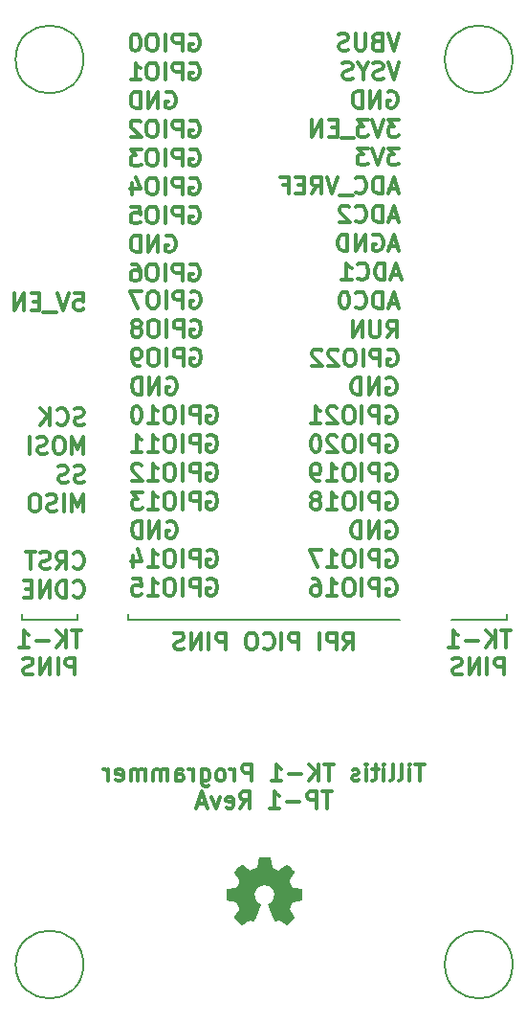
<source format=gbr>
%TF.GenerationSoftware,KiCad,Pcbnew,(6.0.4)*%
%TF.CreationDate,2022-11-15T10:47:26+01:00*%
%TF.ProjectId,tp1,7470312e-6b69-4636-9164-5f7063625858,rev?*%
%TF.SameCoordinates,Original*%
%TF.FileFunction,Legend,Bot*%
%TF.FilePolarity,Positive*%
%FSLAX46Y46*%
G04 Gerber Fmt 4.6, Leading zero omitted, Abs format (unit mm)*
G04 Created by KiCad (PCBNEW (6.0.4)) date 2022-11-15 10:47:26*
%MOMM*%
%LPD*%
G01*
G04 APERTURE LIST*
%ADD10C,0.200000*%
%ADD11C,0.300000*%
%ADD12C,0.010000*%
G04 APERTURE END LIST*
D10*
X124500000Y-52500000D02*
G75*
G03*
X124500000Y-52500000I-3000000J0D01*
G01*
X157100000Y-102000000D02*
X162000000Y-102000000D01*
X119100000Y-102000000D02*
X124000000Y-102000000D01*
X162500000Y-52500000D02*
G75*
G03*
X162500000Y-52500000I-3000000J0D01*
G01*
X162500000Y-132500000D02*
G75*
G03*
X162500000Y-132500000I-3000000J0D01*
G01*
X119100000Y-101500000D02*
X119100000Y-102000000D01*
X124500000Y-132500000D02*
G75*
G03*
X124500000Y-132500000I-3000000J0D01*
G01*
X162000000Y-101500000D02*
X162000000Y-102000000D01*
X128500000Y-102000000D02*
X152500000Y-102000000D01*
X124000000Y-101500000D02*
X124000000Y-102000000D01*
X128500000Y-101500000D02*
X128500000Y-102000000D01*
D11*
X151362142Y-93410000D02*
X151505000Y-93338571D01*
X151719285Y-93338571D01*
X151933571Y-93410000D01*
X152076428Y-93552857D01*
X152147857Y-93695714D01*
X152219285Y-93981428D01*
X152219285Y-94195714D01*
X152147857Y-94481428D01*
X152076428Y-94624285D01*
X151933571Y-94767142D01*
X151719285Y-94838571D01*
X151576428Y-94838571D01*
X151362142Y-94767142D01*
X151290714Y-94695714D01*
X151290714Y-94195714D01*
X151576428Y-94195714D01*
X150647857Y-94838571D02*
X150647857Y-93338571D01*
X149790714Y-94838571D01*
X149790714Y-93338571D01*
X149076428Y-94838571D02*
X149076428Y-93338571D01*
X148719285Y-93338571D01*
X148505000Y-93410000D01*
X148362142Y-93552857D01*
X148290714Y-93695714D01*
X148219285Y-93981428D01*
X148219285Y-94195714D01*
X148290714Y-94481428D01*
X148362142Y-94624285D01*
X148505000Y-94767142D01*
X148719285Y-94838571D01*
X149076428Y-94838571D01*
X124559285Y-89847142D02*
X124345000Y-89918571D01*
X123987857Y-89918571D01*
X123845000Y-89847142D01*
X123773571Y-89775714D01*
X123702142Y-89632857D01*
X123702142Y-89490000D01*
X123773571Y-89347142D01*
X123845000Y-89275714D01*
X123987857Y-89204285D01*
X124273571Y-89132857D01*
X124416428Y-89061428D01*
X124487857Y-88990000D01*
X124559285Y-88847142D01*
X124559285Y-88704285D01*
X124487857Y-88561428D01*
X124416428Y-88490000D01*
X124273571Y-88418571D01*
X123916428Y-88418571D01*
X123702142Y-88490000D01*
X123130714Y-89847142D02*
X122916428Y-89918571D01*
X122559285Y-89918571D01*
X122416428Y-89847142D01*
X122345000Y-89775714D01*
X122273571Y-89632857D01*
X122273571Y-89490000D01*
X122345000Y-89347142D01*
X122416428Y-89275714D01*
X122559285Y-89204285D01*
X122845000Y-89132857D01*
X122987857Y-89061428D01*
X123059285Y-88990000D01*
X123130714Y-88847142D01*
X123130714Y-88704285D01*
X123059285Y-88561428D01*
X122987857Y-88490000D01*
X122845000Y-88418571D01*
X122487857Y-88418571D01*
X122273571Y-88490000D01*
X135495000Y-85750000D02*
X135637857Y-85678571D01*
X135852142Y-85678571D01*
X136066428Y-85750000D01*
X136209285Y-85892857D01*
X136280714Y-86035714D01*
X136352142Y-86321428D01*
X136352142Y-86535714D01*
X136280714Y-86821428D01*
X136209285Y-86964285D01*
X136066428Y-87107142D01*
X135852142Y-87178571D01*
X135709285Y-87178571D01*
X135495000Y-87107142D01*
X135423571Y-87035714D01*
X135423571Y-86535714D01*
X135709285Y-86535714D01*
X134780714Y-87178571D02*
X134780714Y-85678571D01*
X134209285Y-85678571D01*
X134066428Y-85750000D01*
X133995000Y-85821428D01*
X133923571Y-85964285D01*
X133923571Y-86178571D01*
X133995000Y-86321428D01*
X134066428Y-86392857D01*
X134209285Y-86464285D01*
X134780714Y-86464285D01*
X133280714Y-87178571D02*
X133280714Y-85678571D01*
X132280714Y-85678571D02*
X131995000Y-85678571D01*
X131852142Y-85750000D01*
X131709285Y-85892857D01*
X131637857Y-86178571D01*
X131637857Y-86678571D01*
X131709285Y-86964285D01*
X131852142Y-87107142D01*
X131995000Y-87178571D01*
X132280714Y-87178571D01*
X132423571Y-87107142D01*
X132566428Y-86964285D01*
X132637857Y-86678571D01*
X132637857Y-86178571D01*
X132566428Y-85892857D01*
X132423571Y-85750000D01*
X132280714Y-85678571D01*
X130209285Y-87178571D02*
X131066428Y-87178571D01*
X130637857Y-87178571D02*
X130637857Y-85678571D01*
X130780714Y-85892857D01*
X130923571Y-86035714D01*
X131066428Y-86107142D01*
X128780714Y-87178571D02*
X129637857Y-87178571D01*
X129209285Y-87178571D02*
X129209285Y-85678571D01*
X129352142Y-85892857D01*
X129495000Y-86035714D01*
X129637857Y-86107142D01*
X152462142Y-50198571D02*
X151962142Y-51698571D01*
X151462142Y-50198571D01*
X150462142Y-50912857D02*
X150247857Y-50984285D01*
X150176428Y-51055714D01*
X150105000Y-51198571D01*
X150105000Y-51412857D01*
X150176428Y-51555714D01*
X150247857Y-51627142D01*
X150390714Y-51698571D01*
X150962142Y-51698571D01*
X150962142Y-50198571D01*
X150462142Y-50198571D01*
X150319285Y-50270000D01*
X150247857Y-50341428D01*
X150176428Y-50484285D01*
X150176428Y-50627142D01*
X150247857Y-50770000D01*
X150319285Y-50841428D01*
X150462142Y-50912857D01*
X150962142Y-50912857D01*
X149462142Y-50198571D02*
X149462142Y-51412857D01*
X149390714Y-51555714D01*
X149319285Y-51627142D01*
X149176428Y-51698571D01*
X148890714Y-51698571D01*
X148747857Y-51627142D01*
X148676428Y-51555714D01*
X148605000Y-51412857D01*
X148605000Y-50198571D01*
X147962142Y-51627142D02*
X147747857Y-51698571D01*
X147390714Y-51698571D01*
X147247857Y-51627142D01*
X147176428Y-51555714D01*
X147105000Y-51412857D01*
X147105000Y-51270000D01*
X147176428Y-51127142D01*
X147247857Y-51055714D01*
X147390714Y-50984285D01*
X147676428Y-50912857D01*
X147819285Y-50841428D01*
X147890714Y-50770000D01*
X147962142Y-50627142D01*
X147962142Y-50484285D01*
X147890714Y-50341428D01*
X147819285Y-50270000D01*
X147676428Y-50198571D01*
X147319285Y-50198571D01*
X147105000Y-50270000D01*
X133966428Y-70650000D02*
X134109285Y-70578571D01*
X134323571Y-70578571D01*
X134537857Y-70650000D01*
X134680714Y-70792857D01*
X134752142Y-70935714D01*
X134823571Y-71221428D01*
X134823571Y-71435714D01*
X134752142Y-71721428D01*
X134680714Y-71864285D01*
X134537857Y-72007142D01*
X134323571Y-72078571D01*
X134180714Y-72078571D01*
X133966428Y-72007142D01*
X133895000Y-71935714D01*
X133895000Y-71435714D01*
X134180714Y-71435714D01*
X133252142Y-72078571D02*
X133252142Y-70578571D01*
X132680714Y-70578571D01*
X132537857Y-70650000D01*
X132466428Y-70721428D01*
X132395000Y-70864285D01*
X132395000Y-71078571D01*
X132466428Y-71221428D01*
X132537857Y-71292857D01*
X132680714Y-71364285D01*
X133252142Y-71364285D01*
X131752142Y-72078571D02*
X131752142Y-70578571D01*
X130752142Y-70578571D02*
X130466428Y-70578571D01*
X130323571Y-70650000D01*
X130180714Y-70792857D01*
X130109285Y-71078571D01*
X130109285Y-71578571D01*
X130180714Y-71864285D01*
X130323571Y-72007142D01*
X130466428Y-72078571D01*
X130752142Y-72078571D01*
X130895000Y-72007142D01*
X131037857Y-71864285D01*
X131109285Y-71578571D01*
X131109285Y-71078571D01*
X131037857Y-70792857D01*
X130895000Y-70650000D01*
X130752142Y-70578571D01*
X128823571Y-70578571D02*
X129109285Y-70578571D01*
X129252142Y-70650000D01*
X129323571Y-70721428D01*
X129466428Y-70935714D01*
X129537857Y-71221428D01*
X129537857Y-71792857D01*
X129466428Y-71935714D01*
X129395000Y-72007142D01*
X129252142Y-72078571D01*
X128966428Y-72078571D01*
X128823571Y-72007142D01*
X128752142Y-71935714D01*
X128680714Y-71792857D01*
X128680714Y-71435714D01*
X128752142Y-71292857D01*
X128823571Y-71221428D01*
X128966428Y-71150000D01*
X129252142Y-71150000D01*
X129395000Y-71221428D01*
X129466428Y-71292857D01*
X129537857Y-71435714D01*
X131823571Y-68110000D02*
X131966428Y-68038571D01*
X132180714Y-68038571D01*
X132395000Y-68110000D01*
X132537857Y-68252857D01*
X132609285Y-68395714D01*
X132680714Y-68681428D01*
X132680714Y-68895714D01*
X132609285Y-69181428D01*
X132537857Y-69324285D01*
X132395000Y-69467142D01*
X132180714Y-69538571D01*
X132037857Y-69538571D01*
X131823571Y-69467142D01*
X131752142Y-69395714D01*
X131752142Y-68895714D01*
X132037857Y-68895714D01*
X131109285Y-69538571D02*
X131109285Y-68038571D01*
X130252142Y-69538571D01*
X130252142Y-68038571D01*
X129537857Y-69538571D02*
X129537857Y-68038571D01*
X129180714Y-68038571D01*
X128966428Y-68110000D01*
X128823571Y-68252857D01*
X128752142Y-68395714D01*
X128680714Y-68681428D01*
X128680714Y-68895714D01*
X128752142Y-69181428D01*
X128823571Y-69324285D01*
X128966428Y-69467142D01*
X129180714Y-69538571D01*
X129537857Y-69538571D01*
X151462142Y-78190000D02*
X151605000Y-78118571D01*
X151819285Y-78118571D01*
X152033571Y-78190000D01*
X152176428Y-78332857D01*
X152247857Y-78475714D01*
X152319285Y-78761428D01*
X152319285Y-78975714D01*
X152247857Y-79261428D01*
X152176428Y-79404285D01*
X152033571Y-79547142D01*
X151819285Y-79618571D01*
X151676428Y-79618571D01*
X151462142Y-79547142D01*
X151390714Y-79475714D01*
X151390714Y-78975714D01*
X151676428Y-78975714D01*
X150747857Y-79618571D02*
X150747857Y-78118571D01*
X150176428Y-78118571D01*
X150033571Y-78190000D01*
X149962142Y-78261428D01*
X149890714Y-78404285D01*
X149890714Y-78618571D01*
X149962142Y-78761428D01*
X150033571Y-78832857D01*
X150176428Y-78904285D01*
X150747857Y-78904285D01*
X149247857Y-79618571D02*
X149247857Y-78118571D01*
X148247857Y-78118571D02*
X147962142Y-78118571D01*
X147819285Y-78190000D01*
X147676428Y-78332857D01*
X147605000Y-78618571D01*
X147605000Y-79118571D01*
X147676428Y-79404285D01*
X147819285Y-79547142D01*
X147962142Y-79618571D01*
X148247857Y-79618571D01*
X148390714Y-79547142D01*
X148533571Y-79404285D01*
X148605000Y-79118571D01*
X148605000Y-78618571D01*
X148533571Y-78332857D01*
X148390714Y-78190000D01*
X148247857Y-78118571D01*
X147033571Y-78261428D02*
X146962142Y-78190000D01*
X146819285Y-78118571D01*
X146462142Y-78118571D01*
X146319285Y-78190000D01*
X146247857Y-78261428D01*
X146176428Y-78404285D01*
X146176428Y-78547142D01*
X146247857Y-78761428D01*
X147105000Y-79618571D01*
X146176428Y-79618571D01*
X145605000Y-78261428D02*
X145533571Y-78190000D01*
X145390714Y-78118571D01*
X145033571Y-78118571D01*
X144890714Y-78190000D01*
X144819285Y-78261428D01*
X144747857Y-78404285D01*
X144747857Y-78547142D01*
X144819285Y-78761428D01*
X145676428Y-79618571D01*
X144747857Y-79618571D01*
X123630714Y-97395714D02*
X123702142Y-97467142D01*
X123916428Y-97538571D01*
X124059285Y-97538571D01*
X124273571Y-97467142D01*
X124416428Y-97324285D01*
X124487857Y-97181428D01*
X124559285Y-96895714D01*
X124559285Y-96681428D01*
X124487857Y-96395714D01*
X124416428Y-96252857D01*
X124273571Y-96110000D01*
X124059285Y-96038571D01*
X123916428Y-96038571D01*
X123702142Y-96110000D01*
X123630714Y-96181428D01*
X122130714Y-97538571D02*
X122630714Y-96824285D01*
X122987857Y-97538571D02*
X122987857Y-96038571D01*
X122416428Y-96038571D01*
X122273571Y-96110000D01*
X122202142Y-96181428D01*
X122130714Y-96324285D01*
X122130714Y-96538571D01*
X122202142Y-96681428D01*
X122273571Y-96752857D01*
X122416428Y-96824285D01*
X122987857Y-96824285D01*
X121559285Y-97467142D02*
X121345000Y-97538571D01*
X120987857Y-97538571D01*
X120845000Y-97467142D01*
X120773571Y-97395714D01*
X120702142Y-97252857D01*
X120702142Y-97110000D01*
X120773571Y-96967142D01*
X120845000Y-96895714D01*
X120987857Y-96824285D01*
X121273571Y-96752857D01*
X121416428Y-96681428D01*
X121487857Y-96610000D01*
X121559285Y-96467142D01*
X121559285Y-96324285D01*
X121487857Y-96181428D01*
X121416428Y-96110000D01*
X121273571Y-96038571D01*
X120916428Y-96038571D01*
X120702142Y-96110000D01*
X120273571Y-96038571D02*
X119416428Y-96038571D01*
X119845000Y-97538571D02*
X119845000Y-96038571D01*
X151390714Y-77078571D02*
X151890714Y-76364285D01*
X152247857Y-77078571D02*
X152247857Y-75578571D01*
X151676428Y-75578571D01*
X151533571Y-75650000D01*
X151462142Y-75721428D01*
X151390714Y-75864285D01*
X151390714Y-76078571D01*
X151462142Y-76221428D01*
X151533571Y-76292857D01*
X151676428Y-76364285D01*
X152247857Y-76364285D01*
X150747857Y-75578571D02*
X150747857Y-76792857D01*
X150676428Y-76935714D01*
X150605000Y-77007142D01*
X150462142Y-77078571D01*
X150176428Y-77078571D01*
X150033571Y-77007142D01*
X149962142Y-76935714D01*
X149890714Y-76792857D01*
X149890714Y-75578571D01*
X149176428Y-77078571D02*
X149176428Y-75578571D01*
X148319285Y-77078571D01*
X148319285Y-75578571D01*
X135495000Y-83210000D02*
X135637857Y-83138571D01*
X135852142Y-83138571D01*
X136066428Y-83210000D01*
X136209285Y-83352857D01*
X136280714Y-83495714D01*
X136352142Y-83781428D01*
X136352142Y-83995714D01*
X136280714Y-84281428D01*
X136209285Y-84424285D01*
X136066428Y-84567142D01*
X135852142Y-84638571D01*
X135709285Y-84638571D01*
X135495000Y-84567142D01*
X135423571Y-84495714D01*
X135423571Y-83995714D01*
X135709285Y-83995714D01*
X134780714Y-84638571D02*
X134780714Y-83138571D01*
X134209285Y-83138571D01*
X134066428Y-83210000D01*
X133995000Y-83281428D01*
X133923571Y-83424285D01*
X133923571Y-83638571D01*
X133995000Y-83781428D01*
X134066428Y-83852857D01*
X134209285Y-83924285D01*
X134780714Y-83924285D01*
X133280714Y-84638571D02*
X133280714Y-83138571D01*
X132280714Y-83138571D02*
X131995000Y-83138571D01*
X131852142Y-83210000D01*
X131709285Y-83352857D01*
X131637857Y-83638571D01*
X131637857Y-84138571D01*
X131709285Y-84424285D01*
X131852142Y-84567142D01*
X131995000Y-84638571D01*
X132280714Y-84638571D01*
X132423571Y-84567142D01*
X132566428Y-84424285D01*
X132637857Y-84138571D01*
X132637857Y-83638571D01*
X132566428Y-83352857D01*
X132423571Y-83210000D01*
X132280714Y-83138571D01*
X130209285Y-84638571D02*
X131066428Y-84638571D01*
X130637857Y-84638571D02*
X130637857Y-83138571D01*
X130780714Y-83352857D01*
X130923571Y-83495714D01*
X131066428Y-83567142D01*
X129280714Y-83138571D02*
X129137857Y-83138571D01*
X128995000Y-83210000D01*
X128923571Y-83281428D01*
X128852142Y-83424285D01*
X128780714Y-83710000D01*
X128780714Y-84067142D01*
X128852142Y-84352857D01*
X128923571Y-84495714D01*
X128995000Y-84567142D01*
X129137857Y-84638571D01*
X129280714Y-84638571D01*
X129423571Y-84567142D01*
X129495000Y-84495714D01*
X129566428Y-84352857D01*
X129637857Y-84067142D01*
X129637857Y-83710000D01*
X129566428Y-83424285D01*
X129495000Y-83281428D01*
X129423571Y-83210000D01*
X129280714Y-83138571D01*
X124321428Y-102971071D02*
X123464285Y-102971071D01*
X123892857Y-104471071D02*
X123892857Y-102971071D01*
X122964285Y-104471071D02*
X122964285Y-102971071D01*
X122107142Y-104471071D02*
X122750000Y-103613928D01*
X122107142Y-102971071D02*
X122964285Y-103828214D01*
X121464285Y-103899642D02*
X120321428Y-103899642D01*
X118821428Y-104471071D02*
X119678571Y-104471071D01*
X119250000Y-104471071D02*
X119250000Y-102971071D01*
X119392857Y-103185357D01*
X119535714Y-103328214D01*
X119678571Y-103399642D01*
X123750000Y-106886071D02*
X123750000Y-105386071D01*
X123178571Y-105386071D01*
X123035714Y-105457500D01*
X122964285Y-105528928D01*
X122892857Y-105671785D01*
X122892857Y-105886071D01*
X122964285Y-106028928D01*
X123035714Y-106100357D01*
X123178571Y-106171785D01*
X123750000Y-106171785D01*
X122250000Y-106886071D02*
X122250000Y-105386071D01*
X121535714Y-106886071D02*
X121535714Y-105386071D01*
X120678571Y-106886071D01*
X120678571Y-105386071D01*
X120035714Y-106814642D02*
X119821428Y-106886071D01*
X119464285Y-106886071D01*
X119321428Y-106814642D01*
X119250000Y-106743214D01*
X119178571Y-106600357D01*
X119178571Y-106457500D01*
X119250000Y-106314642D01*
X119321428Y-106243214D01*
X119464285Y-106171785D01*
X119750000Y-106100357D01*
X119892857Y-106028928D01*
X119964285Y-105957500D01*
X120035714Y-105814642D01*
X120035714Y-105671785D01*
X119964285Y-105528928D01*
X119892857Y-105457500D01*
X119750000Y-105386071D01*
X119392857Y-105386071D01*
X119178571Y-105457500D01*
X131823571Y-55410000D02*
X131966428Y-55338571D01*
X132180714Y-55338571D01*
X132395000Y-55410000D01*
X132537857Y-55552857D01*
X132609285Y-55695714D01*
X132680714Y-55981428D01*
X132680714Y-56195714D01*
X132609285Y-56481428D01*
X132537857Y-56624285D01*
X132395000Y-56767142D01*
X132180714Y-56838571D01*
X132037857Y-56838571D01*
X131823571Y-56767142D01*
X131752142Y-56695714D01*
X131752142Y-56195714D01*
X132037857Y-56195714D01*
X131109285Y-56838571D02*
X131109285Y-55338571D01*
X130252142Y-56838571D01*
X130252142Y-55338571D01*
X129537857Y-56838571D02*
X129537857Y-55338571D01*
X129180714Y-55338571D01*
X128966428Y-55410000D01*
X128823571Y-55552857D01*
X128752142Y-55695714D01*
X128680714Y-55981428D01*
X128680714Y-56195714D01*
X128752142Y-56481428D01*
X128823571Y-56624285D01*
X128966428Y-56767142D01*
X129180714Y-56838571D01*
X129537857Y-56838571D01*
X123630714Y-99935714D02*
X123702142Y-100007142D01*
X123916428Y-100078571D01*
X124059285Y-100078571D01*
X124273571Y-100007142D01*
X124416428Y-99864285D01*
X124487857Y-99721428D01*
X124559285Y-99435714D01*
X124559285Y-99221428D01*
X124487857Y-98935714D01*
X124416428Y-98792857D01*
X124273571Y-98650000D01*
X124059285Y-98578571D01*
X123916428Y-98578571D01*
X123702142Y-98650000D01*
X123630714Y-98721428D01*
X122987857Y-100078571D02*
X122987857Y-98578571D01*
X122630714Y-98578571D01*
X122416428Y-98650000D01*
X122273571Y-98792857D01*
X122202142Y-98935714D01*
X122130714Y-99221428D01*
X122130714Y-99435714D01*
X122202142Y-99721428D01*
X122273571Y-99864285D01*
X122416428Y-100007142D01*
X122630714Y-100078571D01*
X122987857Y-100078571D01*
X121487857Y-100078571D02*
X121487857Y-98578571D01*
X120630714Y-100078571D01*
X120630714Y-98578571D01*
X119916428Y-99292857D02*
X119416428Y-99292857D01*
X119202142Y-100078571D02*
X119916428Y-100078571D01*
X119916428Y-98578571D01*
X119202142Y-98578571D01*
X151362142Y-98490000D02*
X151505000Y-98418571D01*
X151719285Y-98418571D01*
X151933571Y-98490000D01*
X152076428Y-98632857D01*
X152147857Y-98775714D01*
X152219285Y-99061428D01*
X152219285Y-99275714D01*
X152147857Y-99561428D01*
X152076428Y-99704285D01*
X151933571Y-99847142D01*
X151719285Y-99918571D01*
X151576428Y-99918571D01*
X151362142Y-99847142D01*
X151290714Y-99775714D01*
X151290714Y-99275714D01*
X151576428Y-99275714D01*
X150647857Y-99918571D02*
X150647857Y-98418571D01*
X150076428Y-98418571D01*
X149933571Y-98490000D01*
X149862142Y-98561428D01*
X149790714Y-98704285D01*
X149790714Y-98918571D01*
X149862142Y-99061428D01*
X149933571Y-99132857D01*
X150076428Y-99204285D01*
X150647857Y-99204285D01*
X149147857Y-99918571D02*
X149147857Y-98418571D01*
X148147857Y-98418571D02*
X147862142Y-98418571D01*
X147719285Y-98490000D01*
X147576428Y-98632857D01*
X147505000Y-98918571D01*
X147505000Y-99418571D01*
X147576428Y-99704285D01*
X147719285Y-99847142D01*
X147862142Y-99918571D01*
X148147857Y-99918571D01*
X148290714Y-99847142D01*
X148433571Y-99704285D01*
X148505000Y-99418571D01*
X148505000Y-98918571D01*
X148433571Y-98632857D01*
X148290714Y-98490000D01*
X148147857Y-98418571D01*
X146076428Y-99918571D02*
X146933571Y-99918571D01*
X146505000Y-99918571D02*
X146505000Y-98418571D01*
X146647857Y-98632857D01*
X146790714Y-98775714D01*
X146933571Y-98847142D01*
X144790714Y-98418571D02*
X145076428Y-98418571D01*
X145219285Y-98490000D01*
X145290714Y-98561428D01*
X145433571Y-98775714D01*
X145505000Y-99061428D01*
X145505000Y-99632857D01*
X145433571Y-99775714D01*
X145362142Y-99847142D01*
X145219285Y-99918571D01*
X144933571Y-99918571D01*
X144790714Y-99847142D01*
X144719285Y-99775714D01*
X144647857Y-99632857D01*
X144647857Y-99275714D01*
X144719285Y-99132857D01*
X144790714Y-99061428D01*
X144933571Y-98990000D01*
X145219285Y-98990000D01*
X145362142Y-99061428D01*
X145433571Y-99132857D01*
X145505000Y-99275714D01*
X134066428Y-75590000D02*
X134209285Y-75518571D01*
X134423571Y-75518571D01*
X134637857Y-75590000D01*
X134780714Y-75732857D01*
X134852142Y-75875714D01*
X134923571Y-76161428D01*
X134923571Y-76375714D01*
X134852142Y-76661428D01*
X134780714Y-76804285D01*
X134637857Y-76947142D01*
X134423571Y-77018571D01*
X134280714Y-77018571D01*
X134066428Y-76947142D01*
X133995000Y-76875714D01*
X133995000Y-76375714D01*
X134280714Y-76375714D01*
X133352142Y-77018571D02*
X133352142Y-75518571D01*
X132780714Y-75518571D01*
X132637857Y-75590000D01*
X132566428Y-75661428D01*
X132495000Y-75804285D01*
X132495000Y-76018571D01*
X132566428Y-76161428D01*
X132637857Y-76232857D01*
X132780714Y-76304285D01*
X133352142Y-76304285D01*
X131852142Y-77018571D02*
X131852142Y-75518571D01*
X130852142Y-75518571D02*
X130566428Y-75518571D01*
X130423571Y-75590000D01*
X130280714Y-75732857D01*
X130209285Y-76018571D01*
X130209285Y-76518571D01*
X130280714Y-76804285D01*
X130423571Y-76947142D01*
X130566428Y-77018571D01*
X130852142Y-77018571D01*
X130995000Y-76947142D01*
X131137857Y-76804285D01*
X131209285Y-76518571D01*
X131209285Y-76018571D01*
X131137857Y-75732857D01*
X130995000Y-75590000D01*
X130852142Y-75518571D01*
X129352142Y-76161428D02*
X129495000Y-76090000D01*
X129566428Y-76018571D01*
X129637857Y-75875714D01*
X129637857Y-75804285D01*
X129566428Y-75661428D01*
X129495000Y-75590000D01*
X129352142Y-75518571D01*
X129066428Y-75518571D01*
X128923571Y-75590000D01*
X128852142Y-75661428D01*
X128780714Y-75804285D01*
X128780714Y-75875714D01*
X128852142Y-76018571D01*
X128923571Y-76090000D01*
X129066428Y-76161428D01*
X129352142Y-76161428D01*
X129495000Y-76232857D01*
X129566428Y-76304285D01*
X129637857Y-76447142D01*
X129637857Y-76732857D01*
X129566428Y-76875714D01*
X129495000Y-76947142D01*
X129352142Y-77018571D01*
X129066428Y-77018571D01*
X128923571Y-76947142D01*
X128852142Y-76875714D01*
X128780714Y-76732857D01*
X128780714Y-76447142D01*
X128852142Y-76304285D01*
X128923571Y-76232857D01*
X129066428Y-76161428D01*
X152519285Y-71570000D02*
X151805000Y-71570000D01*
X152662142Y-71998571D02*
X152162142Y-70498571D01*
X151662142Y-71998571D01*
X151162142Y-71998571D02*
X151162142Y-70498571D01*
X150805000Y-70498571D01*
X150590714Y-70570000D01*
X150447857Y-70712857D01*
X150376428Y-70855714D01*
X150305000Y-71141428D01*
X150305000Y-71355714D01*
X150376428Y-71641428D01*
X150447857Y-71784285D01*
X150590714Y-71927142D01*
X150805000Y-71998571D01*
X151162142Y-71998571D01*
X148805000Y-71855714D02*
X148876428Y-71927142D01*
X149090714Y-71998571D01*
X149233571Y-71998571D01*
X149447857Y-71927142D01*
X149590714Y-71784285D01*
X149662142Y-71641428D01*
X149733571Y-71355714D01*
X149733571Y-71141428D01*
X149662142Y-70855714D01*
X149590714Y-70712857D01*
X149447857Y-70570000D01*
X149233571Y-70498571D01*
X149090714Y-70498571D01*
X148876428Y-70570000D01*
X148805000Y-70641428D01*
X147376428Y-71998571D02*
X148233571Y-71998571D01*
X147805000Y-71998571D02*
X147805000Y-70498571D01*
X147947857Y-70712857D01*
X148090714Y-70855714D01*
X148233571Y-70927142D01*
X133966428Y-60490000D02*
X134109285Y-60418571D01*
X134323571Y-60418571D01*
X134537857Y-60490000D01*
X134680714Y-60632857D01*
X134752142Y-60775714D01*
X134823571Y-61061428D01*
X134823571Y-61275714D01*
X134752142Y-61561428D01*
X134680714Y-61704285D01*
X134537857Y-61847142D01*
X134323571Y-61918571D01*
X134180714Y-61918571D01*
X133966428Y-61847142D01*
X133895000Y-61775714D01*
X133895000Y-61275714D01*
X134180714Y-61275714D01*
X133252142Y-61918571D02*
X133252142Y-60418571D01*
X132680714Y-60418571D01*
X132537857Y-60490000D01*
X132466428Y-60561428D01*
X132395000Y-60704285D01*
X132395000Y-60918571D01*
X132466428Y-61061428D01*
X132537857Y-61132857D01*
X132680714Y-61204285D01*
X133252142Y-61204285D01*
X131752142Y-61918571D02*
X131752142Y-60418571D01*
X130752142Y-60418571D02*
X130466428Y-60418571D01*
X130323571Y-60490000D01*
X130180714Y-60632857D01*
X130109285Y-60918571D01*
X130109285Y-61418571D01*
X130180714Y-61704285D01*
X130323571Y-61847142D01*
X130466428Y-61918571D01*
X130752142Y-61918571D01*
X130895000Y-61847142D01*
X131037857Y-61704285D01*
X131109285Y-61418571D01*
X131109285Y-60918571D01*
X131037857Y-60632857D01*
X130895000Y-60490000D01*
X130752142Y-60418571D01*
X129609285Y-60418571D02*
X128680714Y-60418571D01*
X129180714Y-60990000D01*
X128966428Y-60990000D01*
X128823571Y-61061428D01*
X128752142Y-61132857D01*
X128680714Y-61275714D01*
X128680714Y-61632857D01*
X128752142Y-61775714D01*
X128823571Y-61847142D01*
X128966428Y-61918571D01*
X129395000Y-61918571D01*
X129537857Y-61847142D01*
X129609285Y-61775714D01*
X151362142Y-88330000D02*
X151505000Y-88258571D01*
X151719285Y-88258571D01*
X151933571Y-88330000D01*
X152076428Y-88472857D01*
X152147857Y-88615714D01*
X152219285Y-88901428D01*
X152219285Y-89115714D01*
X152147857Y-89401428D01*
X152076428Y-89544285D01*
X151933571Y-89687142D01*
X151719285Y-89758571D01*
X151576428Y-89758571D01*
X151362142Y-89687142D01*
X151290714Y-89615714D01*
X151290714Y-89115714D01*
X151576428Y-89115714D01*
X150647857Y-89758571D02*
X150647857Y-88258571D01*
X150076428Y-88258571D01*
X149933571Y-88330000D01*
X149862142Y-88401428D01*
X149790714Y-88544285D01*
X149790714Y-88758571D01*
X149862142Y-88901428D01*
X149933571Y-88972857D01*
X150076428Y-89044285D01*
X150647857Y-89044285D01*
X149147857Y-89758571D02*
X149147857Y-88258571D01*
X148147857Y-88258571D02*
X147862142Y-88258571D01*
X147719285Y-88330000D01*
X147576428Y-88472857D01*
X147505000Y-88758571D01*
X147505000Y-89258571D01*
X147576428Y-89544285D01*
X147719285Y-89687142D01*
X147862142Y-89758571D01*
X148147857Y-89758571D01*
X148290714Y-89687142D01*
X148433571Y-89544285D01*
X148505000Y-89258571D01*
X148505000Y-88758571D01*
X148433571Y-88472857D01*
X148290714Y-88330000D01*
X148147857Y-88258571D01*
X146076428Y-89758571D02*
X146933571Y-89758571D01*
X146505000Y-89758571D02*
X146505000Y-88258571D01*
X146647857Y-88472857D01*
X146790714Y-88615714D01*
X146933571Y-88687142D01*
X145362142Y-89758571D02*
X145076428Y-89758571D01*
X144933571Y-89687142D01*
X144862142Y-89615714D01*
X144719285Y-89401428D01*
X144647857Y-89115714D01*
X144647857Y-88544285D01*
X144719285Y-88401428D01*
X144790714Y-88330000D01*
X144933571Y-88258571D01*
X145219285Y-88258571D01*
X145362142Y-88330000D01*
X145433571Y-88401428D01*
X145505000Y-88544285D01*
X145505000Y-88901428D01*
X145433571Y-89044285D01*
X145362142Y-89115714D01*
X145219285Y-89187142D01*
X144933571Y-89187142D01*
X144790714Y-89115714D01*
X144719285Y-89044285D01*
X144647857Y-88901428D01*
X131923571Y-80670000D02*
X132066428Y-80598571D01*
X132280714Y-80598571D01*
X132495000Y-80670000D01*
X132637857Y-80812857D01*
X132709285Y-80955714D01*
X132780714Y-81241428D01*
X132780714Y-81455714D01*
X132709285Y-81741428D01*
X132637857Y-81884285D01*
X132495000Y-82027142D01*
X132280714Y-82098571D01*
X132137857Y-82098571D01*
X131923571Y-82027142D01*
X131852142Y-81955714D01*
X131852142Y-81455714D01*
X132137857Y-81455714D01*
X131209285Y-82098571D02*
X131209285Y-80598571D01*
X130352142Y-82098571D01*
X130352142Y-80598571D01*
X129637857Y-82098571D02*
X129637857Y-80598571D01*
X129280714Y-80598571D01*
X129066428Y-80670000D01*
X128923571Y-80812857D01*
X128852142Y-80955714D01*
X128780714Y-81241428D01*
X128780714Y-81455714D01*
X128852142Y-81741428D01*
X128923571Y-81884285D01*
X129066428Y-82027142D01*
X129280714Y-82098571D01*
X129637857Y-82098571D01*
X135495000Y-95910000D02*
X135637857Y-95838571D01*
X135852142Y-95838571D01*
X136066428Y-95910000D01*
X136209285Y-96052857D01*
X136280714Y-96195714D01*
X136352142Y-96481428D01*
X136352142Y-96695714D01*
X136280714Y-96981428D01*
X136209285Y-97124285D01*
X136066428Y-97267142D01*
X135852142Y-97338571D01*
X135709285Y-97338571D01*
X135495000Y-97267142D01*
X135423571Y-97195714D01*
X135423571Y-96695714D01*
X135709285Y-96695714D01*
X134780714Y-97338571D02*
X134780714Y-95838571D01*
X134209285Y-95838571D01*
X134066428Y-95910000D01*
X133995000Y-95981428D01*
X133923571Y-96124285D01*
X133923571Y-96338571D01*
X133995000Y-96481428D01*
X134066428Y-96552857D01*
X134209285Y-96624285D01*
X134780714Y-96624285D01*
X133280714Y-97338571D02*
X133280714Y-95838571D01*
X132280714Y-95838571D02*
X131995000Y-95838571D01*
X131852142Y-95910000D01*
X131709285Y-96052857D01*
X131637857Y-96338571D01*
X131637857Y-96838571D01*
X131709285Y-97124285D01*
X131852142Y-97267142D01*
X131995000Y-97338571D01*
X132280714Y-97338571D01*
X132423571Y-97267142D01*
X132566428Y-97124285D01*
X132637857Y-96838571D01*
X132637857Y-96338571D01*
X132566428Y-96052857D01*
X132423571Y-95910000D01*
X132280714Y-95838571D01*
X130209285Y-97338571D02*
X131066428Y-97338571D01*
X130637857Y-97338571D02*
X130637857Y-95838571D01*
X130780714Y-96052857D01*
X130923571Y-96195714D01*
X131066428Y-96267142D01*
X128923571Y-96338571D02*
X128923571Y-97338571D01*
X129280714Y-95767142D02*
X129637857Y-96838571D01*
X128709285Y-96838571D01*
X152319285Y-74110000D02*
X151605000Y-74110000D01*
X152462142Y-74538571D02*
X151962142Y-73038571D01*
X151462142Y-74538571D01*
X150962142Y-74538571D02*
X150962142Y-73038571D01*
X150605000Y-73038571D01*
X150390714Y-73110000D01*
X150247857Y-73252857D01*
X150176428Y-73395714D01*
X150105000Y-73681428D01*
X150105000Y-73895714D01*
X150176428Y-74181428D01*
X150247857Y-74324285D01*
X150390714Y-74467142D01*
X150605000Y-74538571D01*
X150962142Y-74538571D01*
X148605000Y-74395714D02*
X148676428Y-74467142D01*
X148890714Y-74538571D01*
X149033571Y-74538571D01*
X149247857Y-74467142D01*
X149390714Y-74324285D01*
X149462142Y-74181428D01*
X149533571Y-73895714D01*
X149533571Y-73681428D01*
X149462142Y-73395714D01*
X149390714Y-73252857D01*
X149247857Y-73110000D01*
X149033571Y-73038571D01*
X148890714Y-73038571D01*
X148676428Y-73110000D01*
X148605000Y-73181428D01*
X147676428Y-73038571D02*
X147533571Y-73038571D01*
X147390714Y-73110000D01*
X147319285Y-73181428D01*
X147247857Y-73324285D01*
X147176428Y-73610000D01*
X147176428Y-73967142D01*
X147247857Y-74252857D01*
X147319285Y-74395714D01*
X147390714Y-74467142D01*
X147533571Y-74538571D01*
X147676428Y-74538571D01*
X147819285Y-74467142D01*
X147890714Y-74395714D01*
X147962142Y-74252857D01*
X148033571Y-73967142D01*
X148033571Y-73610000D01*
X147962142Y-73324285D01*
X147890714Y-73181428D01*
X147819285Y-73110000D01*
X147676428Y-73038571D01*
X135495000Y-90830000D02*
X135637857Y-90758571D01*
X135852142Y-90758571D01*
X136066428Y-90830000D01*
X136209285Y-90972857D01*
X136280714Y-91115714D01*
X136352142Y-91401428D01*
X136352142Y-91615714D01*
X136280714Y-91901428D01*
X136209285Y-92044285D01*
X136066428Y-92187142D01*
X135852142Y-92258571D01*
X135709285Y-92258571D01*
X135495000Y-92187142D01*
X135423571Y-92115714D01*
X135423571Y-91615714D01*
X135709285Y-91615714D01*
X134780714Y-92258571D02*
X134780714Y-90758571D01*
X134209285Y-90758571D01*
X134066428Y-90830000D01*
X133995000Y-90901428D01*
X133923571Y-91044285D01*
X133923571Y-91258571D01*
X133995000Y-91401428D01*
X134066428Y-91472857D01*
X134209285Y-91544285D01*
X134780714Y-91544285D01*
X133280714Y-92258571D02*
X133280714Y-90758571D01*
X132280714Y-90758571D02*
X131995000Y-90758571D01*
X131852142Y-90830000D01*
X131709285Y-90972857D01*
X131637857Y-91258571D01*
X131637857Y-91758571D01*
X131709285Y-92044285D01*
X131852142Y-92187142D01*
X131995000Y-92258571D01*
X132280714Y-92258571D01*
X132423571Y-92187142D01*
X132566428Y-92044285D01*
X132637857Y-91758571D01*
X132637857Y-91258571D01*
X132566428Y-90972857D01*
X132423571Y-90830000D01*
X132280714Y-90758571D01*
X130209285Y-92258571D02*
X131066428Y-92258571D01*
X130637857Y-92258571D02*
X130637857Y-90758571D01*
X130780714Y-90972857D01*
X130923571Y-91115714D01*
X131066428Y-91187142D01*
X129709285Y-90758571D02*
X128780714Y-90758571D01*
X129280714Y-91330000D01*
X129066428Y-91330000D01*
X128923571Y-91401428D01*
X128852142Y-91472857D01*
X128780714Y-91615714D01*
X128780714Y-91972857D01*
X128852142Y-92115714D01*
X128923571Y-92187142D01*
X129066428Y-92258571D01*
X129495000Y-92258571D01*
X129637857Y-92187142D01*
X129709285Y-92115714D01*
X124487857Y-92458571D02*
X124487857Y-90958571D01*
X123987857Y-92030000D01*
X123487857Y-90958571D01*
X123487857Y-92458571D01*
X122773571Y-92458571D02*
X122773571Y-90958571D01*
X122130714Y-92387142D02*
X121916428Y-92458571D01*
X121559285Y-92458571D01*
X121416428Y-92387142D01*
X121345000Y-92315714D01*
X121273571Y-92172857D01*
X121273571Y-92030000D01*
X121345000Y-91887142D01*
X121416428Y-91815714D01*
X121559285Y-91744285D01*
X121845000Y-91672857D01*
X121987857Y-91601428D01*
X122059285Y-91530000D01*
X122130714Y-91387142D01*
X122130714Y-91244285D01*
X122059285Y-91101428D01*
X121987857Y-91030000D01*
X121845000Y-90958571D01*
X121487857Y-90958571D01*
X121273571Y-91030000D01*
X120345000Y-90958571D02*
X120059285Y-90958571D01*
X119916428Y-91030000D01*
X119773571Y-91172857D01*
X119702142Y-91458571D01*
X119702142Y-91958571D01*
X119773571Y-92244285D01*
X119916428Y-92387142D01*
X120059285Y-92458571D01*
X120345000Y-92458571D01*
X120487857Y-92387142D01*
X120630714Y-92244285D01*
X120702142Y-91958571D01*
X120702142Y-91458571D01*
X120630714Y-91172857D01*
X120487857Y-91030000D01*
X120345000Y-90958571D01*
X151362142Y-90870000D02*
X151505000Y-90798571D01*
X151719285Y-90798571D01*
X151933571Y-90870000D01*
X152076428Y-91012857D01*
X152147857Y-91155714D01*
X152219285Y-91441428D01*
X152219285Y-91655714D01*
X152147857Y-91941428D01*
X152076428Y-92084285D01*
X151933571Y-92227142D01*
X151719285Y-92298571D01*
X151576428Y-92298571D01*
X151362142Y-92227142D01*
X151290714Y-92155714D01*
X151290714Y-91655714D01*
X151576428Y-91655714D01*
X150647857Y-92298571D02*
X150647857Y-90798571D01*
X150076428Y-90798571D01*
X149933571Y-90870000D01*
X149862142Y-90941428D01*
X149790714Y-91084285D01*
X149790714Y-91298571D01*
X149862142Y-91441428D01*
X149933571Y-91512857D01*
X150076428Y-91584285D01*
X150647857Y-91584285D01*
X149147857Y-92298571D02*
X149147857Y-90798571D01*
X148147857Y-90798571D02*
X147862142Y-90798571D01*
X147719285Y-90870000D01*
X147576428Y-91012857D01*
X147505000Y-91298571D01*
X147505000Y-91798571D01*
X147576428Y-92084285D01*
X147719285Y-92227142D01*
X147862142Y-92298571D01*
X148147857Y-92298571D01*
X148290714Y-92227142D01*
X148433571Y-92084285D01*
X148505000Y-91798571D01*
X148505000Y-91298571D01*
X148433571Y-91012857D01*
X148290714Y-90870000D01*
X148147857Y-90798571D01*
X146076428Y-92298571D02*
X146933571Y-92298571D01*
X146505000Y-92298571D02*
X146505000Y-90798571D01*
X146647857Y-91012857D01*
X146790714Y-91155714D01*
X146933571Y-91227142D01*
X145219285Y-91441428D02*
X145362142Y-91370000D01*
X145433571Y-91298571D01*
X145505000Y-91155714D01*
X145505000Y-91084285D01*
X145433571Y-90941428D01*
X145362142Y-90870000D01*
X145219285Y-90798571D01*
X144933571Y-90798571D01*
X144790714Y-90870000D01*
X144719285Y-90941428D01*
X144647857Y-91084285D01*
X144647857Y-91155714D01*
X144719285Y-91298571D01*
X144790714Y-91370000D01*
X144933571Y-91441428D01*
X145219285Y-91441428D01*
X145362142Y-91512857D01*
X145433571Y-91584285D01*
X145505000Y-91727142D01*
X145505000Y-92012857D01*
X145433571Y-92155714D01*
X145362142Y-92227142D01*
X145219285Y-92298571D01*
X144933571Y-92298571D01*
X144790714Y-92227142D01*
X144719285Y-92155714D01*
X144647857Y-92012857D01*
X144647857Y-91727142D01*
X144719285Y-91584285D01*
X144790714Y-91512857D01*
X144933571Y-91441428D01*
X152390714Y-57818571D02*
X151462142Y-57818571D01*
X151962142Y-58390000D01*
X151747857Y-58390000D01*
X151605000Y-58461428D01*
X151533571Y-58532857D01*
X151462142Y-58675714D01*
X151462142Y-59032857D01*
X151533571Y-59175714D01*
X151605000Y-59247142D01*
X151747857Y-59318571D01*
X152176428Y-59318571D01*
X152319285Y-59247142D01*
X152390714Y-59175714D01*
X151033571Y-57818571D02*
X150533571Y-59318571D01*
X150033571Y-57818571D01*
X149676428Y-57818571D02*
X148747857Y-57818571D01*
X149247857Y-58390000D01*
X149033571Y-58390000D01*
X148890714Y-58461428D01*
X148819285Y-58532857D01*
X148747857Y-58675714D01*
X148747857Y-59032857D01*
X148819285Y-59175714D01*
X148890714Y-59247142D01*
X149033571Y-59318571D01*
X149462142Y-59318571D01*
X149605000Y-59247142D01*
X149676428Y-59175714D01*
X148462142Y-59461428D02*
X147319285Y-59461428D01*
X146962142Y-58532857D02*
X146462142Y-58532857D01*
X146247857Y-59318571D02*
X146962142Y-59318571D01*
X146962142Y-57818571D01*
X146247857Y-57818571D01*
X145605000Y-59318571D02*
X145605000Y-57818571D01*
X144747857Y-59318571D01*
X144747857Y-57818571D01*
X152390714Y-60338571D02*
X151462142Y-60338571D01*
X151962142Y-60910000D01*
X151747857Y-60910000D01*
X151605000Y-60981428D01*
X151533571Y-61052857D01*
X151462142Y-61195714D01*
X151462142Y-61552857D01*
X151533571Y-61695714D01*
X151605000Y-61767142D01*
X151747857Y-61838571D01*
X152176428Y-61838571D01*
X152319285Y-61767142D01*
X152390714Y-61695714D01*
X151033571Y-60338571D02*
X150533571Y-61838571D01*
X150033571Y-60338571D01*
X149676428Y-60338571D02*
X148747857Y-60338571D01*
X149247857Y-60910000D01*
X149033571Y-60910000D01*
X148890714Y-60981428D01*
X148819285Y-61052857D01*
X148747857Y-61195714D01*
X148747857Y-61552857D01*
X148819285Y-61695714D01*
X148890714Y-61767142D01*
X149033571Y-61838571D01*
X149462142Y-61838571D01*
X149605000Y-61767142D01*
X149676428Y-61695714D01*
X134026428Y-73050000D02*
X134169285Y-72978571D01*
X134383571Y-72978571D01*
X134597857Y-73050000D01*
X134740714Y-73192857D01*
X134812142Y-73335714D01*
X134883571Y-73621428D01*
X134883571Y-73835714D01*
X134812142Y-74121428D01*
X134740714Y-74264285D01*
X134597857Y-74407142D01*
X134383571Y-74478571D01*
X134240714Y-74478571D01*
X134026428Y-74407142D01*
X133955000Y-74335714D01*
X133955000Y-73835714D01*
X134240714Y-73835714D01*
X133312142Y-74478571D02*
X133312142Y-72978571D01*
X132740714Y-72978571D01*
X132597857Y-73050000D01*
X132526428Y-73121428D01*
X132455000Y-73264285D01*
X132455000Y-73478571D01*
X132526428Y-73621428D01*
X132597857Y-73692857D01*
X132740714Y-73764285D01*
X133312142Y-73764285D01*
X131812142Y-74478571D02*
X131812142Y-72978571D01*
X130812142Y-72978571D02*
X130526428Y-72978571D01*
X130383571Y-73050000D01*
X130240714Y-73192857D01*
X130169285Y-73478571D01*
X130169285Y-73978571D01*
X130240714Y-74264285D01*
X130383571Y-74407142D01*
X130526428Y-74478571D01*
X130812142Y-74478571D01*
X130955000Y-74407142D01*
X131097857Y-74264285D01*
X131169285Y-73978571D01*
X131169285Y-73478571D01*
X131097857Y-73192857D01*
X130955000Y-73050000D01*
X130812142Y-72978571D01*
X129669285Y-72978571D02*
X128669285Y-72978571D01*
X129312142Y-74478571D01*
X133966428Y-63030000D02*
X134109285Y-62958571D01*
X134323571Y-62958571D01*
X134537857Y-63030000D01*
X134680714Y-63172857D01*
X134752142Y-63315714D01*
X134823571Y-63601428D01*
X134823571Y-63815714D01*
X134752142Y-64101428D01*
X134680714Y-64244285D01*
X134537857Y-64387142D01*
X134323571Y-64458571D01*
X134180714Y-64458571D01*
X133966428Y-64387142D01*
X133895000Y-64315714D01*
X133895000Y-63815714D01*
X134180714Y-63815714D01*
X133252142Y-64458571D02*
X133252142Y-62958571D01*
X132680714Y-62958571D01*
X132537857Y-63030000D01*
X132466428Y-63101428D01*
X132395000Y-63244285D01*
X132395000Y-63458571D01*
X132466428Y-63601428D01*
X132537857Y-63672857D01*
X132680714Y-63744285D01*
X133252142Y-63744285D01*
X131752142Y-64458571D02*
X131752142Y-62958571D01*
X130752142Y-62958571D02*
X130466428Y-62958571D01*
X130323571Y-63030000D01*
X130180714Y-63172857D01*
X130109285Y-63458571D01*
X130109285Y-63958571D01*
X130180714Y-64244285D01*
X130323571Y-64387142D01*
X130466428Y-64458571D01*
X130752142Y-64458571D01*
X130895000Y-64387142D01*
X131037857Y-64244285D01*
X131109285Y-63958571D01*
X131109285Y-63458571D01*
X131037857Y-63172857D01*
X130895000Y-63030000D01*
X130752142Y-62958571D01*
X128823571Y-63458571D02*
X128823571Y-64458571D01*
X129180714Y-62887142D02*
X129537857Y-63958571D01*
X128609285Y-63958571D01*
X152462142Y-52738571D02*
X151962142Y-54238571D01*
X151462142Y-52738571D01*
X151033571Y-54167142D02*
X150819285Y-54238571D01*
X150462142Y-54238571D01*
X150319285Y-54167142D01*
X150247857Y-54095714D01*
X150176428Y-53952857D01*
X150176428Y-53810000D01*
X150247857Y-53667142D01*
X150319285Y-53595714D01*
X150462142Y-53524285D01*
X150747857Y-53452857D01*
X150890714Y-53381428D01*
X150962142Y-53310000D01*
X151033571Y-53167142D01*
X151033571Y-53024285D01*
X150962142Y-52881428D01*
X150890714Y-52810000D01*
X150747857Y-52738571D01*
X150390714Y-52738571D01*
X150176428Y-52810000D01*
X149247857Y-53524285D02*
X149247857Y-54238571D01*
X149747857Y-52738571D02*
X149247857Y-53524285D01*
X148747857Y-52738571D01*
X148319285Y-54167142D02*
X148105000Y-54238571D01*
X147747857Y-54238571D01*
X147605000Y-54167142D01*
X147533571Y-54095714D01*
X147462142Y-53952857D01*
X147462142Y-53810000D01*
X147533571Y-53667142D01*
X147605000Y-53595714D01*
X147747857Y-53524285D01*
X148033571Y-53452857D01*
X148176428Y-53381428D01*
X148247857Y-53310000D01*
X148319285Y-53167142D01*
X148319285Y-53024285D01*
X148247857Y-52881428D01*
X148176428Y-52810000D01*
X148033571Y-52738571D01*
X147676428Y-52738571D01*
X147462142Y-52810000D01*
X154750000Y-114771071D02*
X153892857Y-114771071D01*
X154321428Y-116271071D02*
X154321428Y-114771071D01*
X153392857Y-116271071D02*
X153392857Y-115271071D01*
X153392857Y-114771071D02*
X153464285Y-114842500D01*
X153392857Y-114913928D01*
X153321428Y-114842500D01*
X153392857Y-114771071D01*
X153392857Y-114913928D01*
X152464285Y-116271071D02*
X152607142Y-116199642D01*
X152678571Y-116056785D01*
X152678571Y-114771071D01*
X151678571Y-116271071D02*
X151821428Y-116199642D01*
X151892857Y-116056785D01*
X151892857Y-114771071D01*
X151107142Y-116271071D02*
X151107142Y-115271071D01*
X151107142Y-114771071D02*
X151178571Y-114842500D01*
X151107142Y-114913928D01*
X151035714Y-114842500D01*
X151107142Y-114771071D01*
X151107142Y-114913928D01*
X150607142Y-115271071D02*
X150035714Y-115271071D01*
X150392857Y-114771071D02*
X150392857Y-116056785D01*
X150321428Y-116199642D01*
X150178571Y-116271071D01*
X150035714Y-116271071D01*
X149535714Y-116271071D02*
X149535714Y-115271071D01*
X149535714Y-114771071D02*
X149607142Y-114842500D01*
X149535714Y-114913928D01*
X149464285Y-114842500D01*
X149535714Y-114771071D01*
X149535714Y-114913928D01*
X148892857Y-116199642D02*
X148750000Y-116271071D01*
X148464285Y-116271071D01*
X148321428Y-116199642D01*
X148250000Y-116056785D01*
X148250000Y-115985357D01*
X148321428Y-115842500D01*
X148464285Y-115771071D01*
X148678571Y-115771071D01*
X148821428Y-115699642D01*
X148892857Y-115556785D01*
X148892857Y-115485357D01*
X148821428Y-115342500D01*
X148678571Y-115271071D01*
X148464285Y-115271071D01*
X148321428Y-115342500D01*
X146678571Y-114771071D02*
X145821428Y-114771071D01*
X146250000Y-116271071D02*
X146250000Y-114771071D01*
X145321428Y-116271071D02*
X145321428Y-114771071D01*
X144464285Y-116271071D02*
X145107142Y-115413928D01*
X144464285Y-114771071D02*
X145321428Y-115628214D01*
X143821428Y-115699642D02*
X142678571Y-115699642D01*
X141178571Y-116271071D02*
X142035714Y-116271071D01*
X141607142Y-116271071D02*
X141607142Y-114771071D01*
X141750000Y-114985357D01*
X141892857Y-115128214D01*
X142035714Y-115199642D01*
X139392857Y-116271071D02*
X139392857Y-114771071D01*
X138821428Y-114771071D01*
X138678571Y-114842500D01*
X138607142Y-114913928D01*
X138535714Y-115056785D01*
X138535714Y-115271071D01*
X138607142Y-115413928D01*
X138678571Y-115485357D01*
X138821428Y-115556785D01*
X139392857Y-115556785D01*
X137892857Y-116271071D02*
X137892857Y-115271071D01*
X137892857Y-115556785D02*
X137821428Y-115413928D01*
X137750000Y-115342500D01*
X137607142Y-115271071D01*
X137464285Y-115271071D01*
X136750000Y-116271071D02*
X136892857Y-116199642D01*
X136964285Y-116128214D01*
X137035714Y-115985357D01*
X137035714Y-115556785D01*
X136964285Y-115413928D01*
X136892857Y-115342500D01*
X136750000Y-115271071D01*
X136535714Y-115271071D01*
X136392857Y-115342500D01*
X136321428Y-115413928D01*
X136250000Y-115556785D01*
X136250000Y-115985357D01*
X136321428Y-116128214D01*
X136392857Y-116199642D01*
X136535714Y-116271071D01*
X136750000Y-116271071D01*
X134964285Y-115271071D02*
X134964285Y-116485357D01*
X135035714Y-116628214D01*
X135107142Y-116699642D01*
X135250000Y-116771071D01*
X135464285Y-116771071D01*
X135607142Y-116699642D01*
X134964285Y-116199642D02*
X135107142Y-116271071D01*
X135392857Y-116271071D01*
X135535714Y-116199642D01*
X135607142Y-116128214D01*
X135678571Y-115985357D01*
X135678571Y-115556785D01*
X135607142Y-115413928D01*
X135535714Y-115342500D01*
X135392857Y-115271071D01*
X135107142Y-115271071D01*
X134964285Y-115342500D01*
X134250000Y-116271071D02*
X134250000Y-115271071D01*
X134250000Y-115556785D02*
X134178571Y-115413928D01*
X134107142Y-115342500D01*
X133964285Y-115271071D01*
X133821428Y-115271071D01*
X132678571Y-116271071D02*
X132678571Y-115485357D01*
X132750000Y-115342500D01*
X132892857Y-115271071D01*
X133178571Y-115271071D01*
X133321428Y-115342500D01*
X132678571Y-116199642D02*
X132821428Y-116271071D01*
X133178571Y-116271071D01*
X133321428Y-116199642D01*
X133392857Y-116056785D01*
X133392857Y-115913928D01*
X133321428Y-115771071D01*
X133178571Y-115699642D01*
X132821428Y-115699642D01*
X132678571Y-115628214D01*
X131964285Y-116271071D02*
X131964285Y-115271071D01*
X131964285Y-115413928D02*
X131892857Y-115342500D01*
X131750000Y-115271071D01*
X131535714Y-115271071D01*
X131392857Y-115342500D01*
X131321428Y-115485357D01*
X131321428Y-116271071D01*
X131321428Y-115485357D02*
X131250000Y-115342500D01*
X131107142Y-115271071D01*
X130892857Y-115271071D01*
X130750000Y-115342500D01*
X130678571Y-115485357D01*
X130678571Y-116271071D01*
X129964285Y-116271071D02*
X129964285Y-115271071D01*
X129964285Y-115413928D02*
X129892857Y-115342500D01*
X129750000Y-115271071D01*
X129535714Y-115271071D01*
X129392857Y-115342500D01*
X129321428Y-115485357D01*
X129321428Y-116271071D01*
X129321428Y-115485357D02*
X129250000Y-115342500D01*
X129107142Y-115271071D01*
X128892857Y-115271071D01*
X128750000Y-115342500D01*
X128678571Y-115485357D01*
X128678571Y-116271071D01*
X127392857Y-116199642D02*
X127535714Y-116271071D01*
X127821428Y-116271071D01*
X127964285Y-116199642D01*
X128035714Y-116056785D01*
X128035714Y-115485357D01*
X127964285Y-115342500D01*
X127821428Y-115271071D01*
X127535714Y-115271071D01*
X127392857Y-115342500D01*
X127321428Y-115485357D01*
X127321428Y-115628214D01*
X128035714Y-115771071D01*
X126678571Y-116271071D02*
X126678571Y-115271071D01*
X126678571Y-115556785D02*
X126607142Y-115413928D01*
X126535714Y-115342500D01*
X126392857Y-115271071D01*
X126250000Y-115271071D01*
X146500000Y-117186071D02*
X145642857Y-117186071D01*
X146071428Y-118686071D02*
X146071428Y-117186071D01*
X145142857Y-118686071D02*
X145142857Y-117186071D01*
X144571428Y-117186071D01*
X144428571Y-117257500D01*
X144357142Y-117328928D01*
X144285714Y-117471785D01*
X144285714Y-117686071D01*
X144357142Y-117828928D01*
X144428571Y-117900357D01*
X144571428Y-117971785D01*
X145142857Y-117971785D01*
X143642857Y-118114642D02*
X142500000Y-118114642D01*
X141000000Y-118686071D02*
X141857142Y-118686071D01*
X141428571Y-118686071D02*
X141428571Y-117186071D01*
X141571428Y-117400357D01*
X141714285Y-117543214D01*
X141857142Y-117614642D01*
X138357142Y-118686071D02*
X138857142Y-117971785D01*
X139214285Y-118686071D02*
X139214285Y-117186071D01*
X138642857Y-117186071D01*
X138500000Y-117257500D01*
X138428571Y-117328928D01*
X138357142Y-117471785D01*
X138357142Y-117686071D01*
X138428571Y-117828928D01*
X138500000Y-117900357D01*
X138642857Y-117971785D01*
X139214285Y-117971785D01*
X137142857Y-118614642D02*
X137285714Y-118686071D01*
X137571428Y-118686071D01*
X137714285Y-118614642D01*
X137785714Y-118471785D01*
X137785714Y-117900357D01*
X137714285Y-117757500D01*
X137571428Y-117686071D01*
X137285714Y-117686071D01*
X137142857Y-117757500D01*
X137071428Y-117900357D01*
X137071428Y-118043214D01*
X137785714Y-118186071D01*
X136571428Y-117686071D02*
X136214285Y-118686071D01*
X135857142Y-117686071D01*
X135357142Y-118257500D02*
X134642857Y-118257500D01*
X135500000Y-118686071D02*
X135000000Y-117186071D01*
X134500000Y-118686071D01*
X152319285Y-69030000D02*
X151605000Y-69030000D01*
X152462142Y-69458571D02*
X151962142Y-67958571D01*
X151462142Y-69458571D01*
X150176428Y-68030000D02*
X150319285Y-67958571D01*
X150533571Y-67958571D01*
X150747857Y-68030000D01*
X150890714Y-68172857D01*
X150962142Y-68315714D01*
X151033571Y-68601428D01*
X151033571Y-68815714D01*
X150962142Y-69101428D01*
X150890714Y-69244285D01*
X150747857Y-69387142D01*
X150533571Y-69458571D01*
X150390714Y-69458571D01*
X150176428Y-69387142D01*
X150105000Y-69315714D01*
X150105000Y-68815714D01*
X150390714Y-68815714D01*
X149462142Y-69458571D02*
X149462142Y-67958571D01*
X148605000Y-69458571D01*
X148605000Y-67958571D01*
X147890714Y-69458571D02*
X147890714Y-67958571D01*
X147533571Y-67958571D01*
X147319285Y-68030000D01*
X147176428Y-68172857D01*
X147105000Y-68315714D01*
X147033571Y-68601428D01*
X147033571Y-68815714D01*
X147105000Y-69101428D01*
X147176428Y-69244285D01*
X147319285Y-69387142D01*
X147533571Y-69458571D01*
X147890714Y-69458571D01*
X135495000Y-98450000D02*
X135637857Y-98378571D01*
X135852142Y-98378571D01*
X136066428Y-98450000D01*
X136209285Y-98592857D01*
X136280714Y-98735714D01*
X136352142Y-99021428D01*
X136352142Y-99235714D01*
X136280714Y-99521428D01*
X136209285Y-99664285D01*
X136066428Y-99807142D01*
X135852142Y-99878571D01*
X135709285Y-99878571D01*
X135495000Y-99807142D01*
X135423571Y-99735714D01*
X135423571Y-99235714D01*
X135709285Y-99235714D01*
X134780714Y-99878571D02*
X134780714Y-98378571D01*
X134209285Y-98378571D01*
X134066428Y-98450000D01*
X133995000Y-98521428D01*
X133923571Y-98664285D01*
X133923571Y-98878571D01*
X133995000Y-99021428D01*
X134066428Y-99092857D01*
X134209285Y-99164285D01*
X134780714Y-99164285D01*
X133280714Y-99878571D02*
X133280714Y-98378571D01*
X132280714Y-98378571D02*
X131995000Y-98378571D01*
X131852142Y-98450000D01*
X131709285Y-98592857D01*
X131637857Y-98878571D01*
X131637857Y-99378571D01*
X131709285Y-99664285D01*
X131852142Y-99807142D01*
X131995000Y-99878571D01*
X132280714Y-99878571D01*
X132423571Y-99807142D01*
X132566428Y-99664285D01*
X132637857Y-99378571D01*
X132637857Y-98878571D01*
X132566428Y-98592857D01*
X132423571Y-98450000D01*
X132280714Y-98378571D01*
X130209285Y-99878571D02*
X131066428Y-99878571D01*
X130637857Y-99878571D02*
X130637857Y-98378571D01*
X130780714Y-98592857D01*
X130923571Y-98735714D01*
X131066428Y-98807142D01*
X128852142Y-98378571D02*
X129566428Y-98378571D01*
X129637857Y-99092857D01*
X129566428Y-99021428D01*
X129423571Y-98950000D01*
X129066428Y-98950000D01*
X128923571Y-99021428D01*
X128852142Y-99092857D01*
X128780714Y-99235714D01*
X128780714Y-99592857D01*
X128852142Y-99735714D01*
X128923571Y-99807142D01*
X129066428Y-99878571D01*
X129423571Y-99878571D01*
X129566428Y-99807142D01*
X129637857Y-99735714D01*
X133966428Y-57950000D02*
X134109285Y-57878571D01*
X134323571Y-57878571D01*
X134537857Y-57950000D01*
X134680714Y-58092857D01*
X134752142Y-58235714D01*
X134823571Y-58521428D01*
X134823571Y-58735714D01*
X134752142Y-59021428D01*
X134680714Y-59164285D01*
X134537857Y-59307142D01*
X134323571Y-59378571D01*
X134180714Y-59378571D01*
X133966428Y-59307142D01*
X133895000Y-59235714D01*
X133895000Y-58735714D01*
X134180714Y-58735714D01*
X133252142Y-59378571D02*
X133252142Y-57878571D01*
X132680714Y-57878571D01*
X132537857Y-57950000D01*
X132466428Y-58021428D01*
X132395000Y-58164285D01*
X132395000Y-58378571D01*
X132466428Y-58521428D01*
X132537857Y-58592857D01*
X132680714Y-58664285D01*
X133252142Y-58664285D01*
X131752142Y-59378571D02*
X131752142Y-57878571D01*
X130752142Y-57878571D02*
X130466428Y-57878571D01*
X130323571Y-57950000D01*
X130180714Y-58092857D01*
X130109285Y-58378571D01*
X130109285Y-58878571D01*
X130180714Y-59164285D01*
X130323571Y-59307142D01*
X130466428Y-59378571D01*
X130752142Y-59378571D01*
X130895000Y-59307142D01*
X131037857Y-59164285D01*
X131109285Y-58878571D01*
X131109285Y-58378571D01*
X131037857Y-58092857D01*
X130895000Y-57950000D01*
X130752142Y-57878571D01*
X129537857Y-58021428D02*
X129466428Y-57950000D01*
X129323571Y-57878571D01*
X128966428Y-57878571D01*
X128823571Y-57950000D01*
X128752142Y-58021428D01*
X128680714Y-58164285D01*
X128680714Y-58307142D01*
X128752142Y-58521428D01*
X129609285Y-59378571D01*
X128680714Y-59378571D01*
X131923571Y-93370000D02*
X132066428Y-93298571D01*
X132280714Y-93298571D01*
X132495000Y-93370000D01*
X132637857Y-93512857D01*
X132709285Y-93655714D01*
X132780714Y-93941428D01*
X132780714Y-94155714D01*
X132709285Y-94441428D01*
X132637857Y-94584285D01*
X132495000Y-94727142D01*
X132280714Y-94798571D01*
X132137857Y-94798571D01*
X131923571Y-94727142D01*
X131852142Y-94655714D01*
X131852142Y-94155714D01*
X132137857Y-94155714D01*
X131209285Y-94798571D02*
X131209285Y-93298571D01*
X130352142Y-94798571D01*
X130352142Y-93298571D01*
X129637857Y-94798571D02*
X129637857Y-93298571D01*
X129280714Y-93298571D01*
X129066428Y-93370000D01*
X128923571Y-93512857D01*
X128852142Y-93655714D01*
X128780714Y-93941428D01*
X128780714Y-94155714D01*
X128852142Y-94441428D01*
X128923571Y-94584285D01*
X129066428Y-94727142D01*
X129280714Y-94798571D01*
X129637857Y-94798571D01*
X152319285Y-63950000D02*
X151605000Y-63950000D01*
X152462142Y-64378571D02*
X151962142Y-62878571D01*
X151462142Y-64378571D01*
X150962142Y-64378571D02*
X150962142Y-62878571D01*
X150605000Y-62878571D01*
X150390714Y-62950000D01*
X150247857Y-63092857D01*
X150176428Y-63235714D01*
X150105000Y-63521428D01*
X150105000Y-63735714D01*
X150176428Y-64021428D01*
X150247857Y-64164285D01*
X150390714Y-64307142D01*
X150605000Y-64378571D01*
X150962142Y-64378571D01*
X148605000Y-64235714D02*
X148676428Y-64307142D01*
X148890714Y-64378571D01*
X149033571Y-64378571D01*
X149247857Y-64307142D01*
X149390714Y-64164285D01*
X149462142Y-64021428D01*
X149533571Y-63735714D01*
X149533571Y-63521428D01*
X149462142Y-63235714D01*
X149390714Y-63092857D01*
X149247857Y-62950000D01*
X149033571Y-62878571D01*
X148890714Y-62878571D01*
X148676428Y-62950000D01*
X148605000Y-63021428D01*
X148319285Y-64521428D02*
X147176428Y-64521428D01*
X147033571Y-62878571D02*
X146533571Y-64378571D01*
X146033571Y-62878571D01*
X144676428Y-64378571D02*
X145176428Y-63664285D01*
X145533571Y-64378571D02*
X145533571Y-62878571D01*
X144962142Y-62878571D01*
X144819285Y-62950000D01*
X144747857Y-63021428D01*
X144676428Y-63164285D01*
X144676428Y-63378571D01*
X144747857Y-63521428D01*
X144819285Y-63592857D01*
X144962142Y-63664285D01*
X145533571Y-63664285D01*
X144033571Y-63592857D02*
X143533571Y-63592857D01*
X143319285Y-64378571D02*
X144033571Y-64378571D01*
X144033571Y-62878571D01*
X143319285Y-62878571D01*
X142176428Y-63592857D02*
X142676428Y-63592857D01*
X142676428Y-64378571D02*
X142676428Y-62878571D01*
X141962142Y-62878571D01*
X147535714Y-104678571D02*
X148035714Y-103964285D01*
X148392857Y-104678571D02*
X148392857Y-103178571D01*
X147821428Y-103178571D01*
X147678571Y-103250000D01*
X147607142Y-103321428D01*
X147535714Y-103464285D01*
X147535714Y-103678571D01*
X147607142Y-103821428D01*
X147678571Y-103892857D01*
X147821428Y-103964285D01*
X148392857Y-103964285D01*
X146892857Y-104678571D02*
X146892857Y-103178571D01*
X146321428Y-103178571D01*
X146178571Y-103250000D01*
X146107142Y-103321428D01*
X146035714Y-103464285D01*
X146035714Y-103678571D01*
X146107142Y-103821428D01*
X146178571Y-103892857D01*
X146321428Y-103964285D01*
X146892857Y-103964285D01*
X145392857Y-104678571D02*
X145392857Y-103178571D01*
X143535714Y-104678571D02*
X143535714Y-103178571D01*
X142964285Y-103178571D01*
X142821428Y-103250000D01*
X142750000Y-103321428D01*
X142678571Y-103464285D01*
X142678571Y-103678571D01*
X142750000Y-103821428D01*
X142821428Y-103892857D01*
X142964285Y-103964285D01*
X143535714Y-103964285D01*
X142035714Y-104678571D02*
X142035714Y-103178571D01*
X140464285Y-104535714D02*
X140535714Y-104607142D01*
X140750000Y-104678571D01*
X140892857Y-104678571D01*
X141107142Y-104607142D01*
X141250000Y-104464285D01*
X141321428Y-104321428D01*
X141392857Y-104035714D01*
X141392857Y-103821428D01*
X141321428Y-103535714D01*
X141250000Y-103392857D01*
X141107142Y-103250000D01*
X140892857Y-103178571D01*
X140750000Y-103178571D01*
X140535714Y-103250000D01*
X140464285Y-103321428D01*
X139535714Y-103178571D02*
X139250000Y-103178571D01*
X139107142Y-103250000D01*
X138964285Y-103392857D01*
X138892857Y-103678571D01*
X138892857Y-104178571D01*
X138964285Y-104464285D01*
X139107142Y-104607142D01*
X139250000Y-104678571D01*
X139535714Y-104678571D01*
X139678571Y-104607142D01*
X139821428Y-104464285D01*
X139892857Y-104178571D01*
X139892857Y-103678571D01*
X139821428Y-103392857D01*
X139678571Y-103250000D01*
X139535714Y-103178571D01*
X137107142Y-104678571D02*
X137107142Y-103178571D01*
X136535714Y-103178571D01*
X136392857Y-103250000D01*
X136321428Y-103321428D01*
X136250000Y-103464285D01*
X136250000Y-103678571D01*
X136321428Y-103821428D01*
X136392857Y-103892857D01*
X136535714Y-103964285D01*
X137107142Y-103964285D01*
X135607142Y-104678571D02*
X135607142Y-103178571D01*
X134892857Y-104678571D02*
X134892857Y-103178571D01*
X134035714Y-104678571D01*
X134035714Y-103178571D01*
X133392857Y-104607142D02*
X133178571Y-104678571D01*
X132821428Y-104678571D01*
X132678571Y-104607142D01*
X132607142Y-104535714D01*
X132535714Y-104392857D01*
X132535714Y-104250000D01*
X132607142Y-104107142D01*
X132678571Y-104035714D01*
X132821428Y-103964285D01*
X133107142Y-103892857D01*
X133250000Y-103821428D01*
X133321428Y-103750000D01*
X133392857Y-103607142D01*
X133392857Y-103464285D01*
X133321428Y-103321428D01*
X133250000Y-103250000D01*
X133107142Y-103178571D01*
X132750000Y-103178571D01*
X132535714Y-103250000D01*
X134066428Y-78130000D02*
X134209285Y-78058571D01*
X134423571Y-78058571D01*
X134637857Y-78130000D01*
X134780714Y-78272857D01*
X134852142Y-78415714D01*
X134923571Y-78701428D01*
X134923571Y-78915714D01*
X134852142Y-79201428D01*
X134780714Y-79344285D01*
X134637857Y-79487142D01*
X134423571Y-79558571D01*
X134280714Y-79558571D01*
X134066428Y-79487142D01*
X133995000Y-79415714D01*
X133995000Y-78915714D01*
X134280714Y-78915714D01*
X133352142Y-79558571D02*
X133352142Y-78058571D01*
X132780714Y-78058571D01*
X132637857Y-78130000D01*
X132566428Y-78201428D01*
X132495000Y-78344285D01*
X132495000Y-78558571D01*
X132566428Y-78701428D01*
X132637857Y-78772857D01*
X132780714Y-78844285D01*
X133352142Y-78844285D01*
X131852142Y-79558571D02*
X131852142Y-78058571D01*
X130852142Y-78058571D02*
X130566428Y-78058571D01*
X130423571Y-78130000D01*
X130280714Y-78272857D01*
X130209285Y-78558571D01*
X130209285Y-79058571D01*
X130280714Y-79344285D01*
X130423571Y-79487142D01*
X130566428Y-79558571D01*
X130852142Y-79558571D01*
X130995000Y-79487142D01*
X131137857Y-79344285D01*
X131209285Y-79058571D01*
X131209285Y-78558571D01*
X131137857Y-78272857D01*
X130995000Y-78130000D01*
X130852142Y-78058571D01*
X129495000Y-79558571D02*
X129209285Y-79558571D01*
X129066428Y-79487142D01*
X128995000Y-79415714D01*
X128852142Y-79201428D01*
X128780714Y-78915714D01*
X128780714Y-78344285D01*
X128852142Y-78201428D01*
X128923571Y-78130000D01*
X129066428Y-78058571D01*
X129352142Y-78058571D01*
X129495000Y-78130000D01*
X129566428Y-78201428D01*
X129637857Y-78344285D01*
X129637857Y-78701428D01*
X129566428Y-78844285D01*
X129495000Y-78915714D01*
X129352142Y-78987142D01*
X129066428Y-78987142D01*
X128923571Y-78915714D01*
X128852142Y-78844285D01*
X128780714Y-78701428D01*
X123733571Y-73178571D02*
X124447857Y-73178571D01*
X124519285Y-73892857D01*
X124447857Y-73821428D01*
X124305000Y-73750000D01*
X123947857Y-73750000D01*
X123805000Y-73821428D01*
X123733571Y-73892857D01*
X123662142Y-74035714D01*
X123662142Y-74392857D01*
X123733571Y-74535714D01*
X123805000Y-74607142D01*
X123947857Y-74678571D01*
X124305000Y-74678571D01*
X124447857Y-74607142D01*
X124519285Y-74535714D01*
X123233571Y-73178571D02*
X122733571Y-74678571D01*
X122233571Y-73178571D01*
X122090714Y-74821428D02*
X120947857Y-74821428D01*
X120590714Y-73892857D02*
X120090714Y-73892857D01*
X119876428Y-74678571D02*
X120590714Y-74678571D01*
X120590714Y-73178571D01*
X119876428Y-73178571D01*
X119233571Y-74678571D02*
X119233571Y-73178571D01*
X118376428Y-74678571D01*
X118376428Y-73178571D01*
X133966428Y-52870000D02*
X134109285Y-52798571D01*
X134323571Y-52798571D01*
X134537857Y-52870000D01*
X134680714Y-53012857D01*
X134752142Y-53155714D01*
X134823571Y-53441428D01*
X134823571Y-53655714D01*
X134752142Y-53941428D01*
X134680714Y-54084285D01*
X134537857Y-54227142D01*
X134323571Y-54298571D01*
X134180714Y-54298571D01*
X133966428Y-54227142D01*
X133895000Y-54155714D01*
X133895000Y-53655714D01*
X134180714Y-53655714D01*
X133252142Y-54298571D02*
X133252142Y-52798571D01*
X132680714Y-52798571D01*
X132537857Y-52870000D01*
X132466428Y-52941428D01*
X132395000Y-53084285D01*
X132395000Y-53298571D01*
X132466428Y-53441428D01*
X132537857Y-53512857D01*
X132680714Y-53584285D01*
X133252142Y-53584285D01*
X131752142Y-54298571D02*
X131752142Y-52798571D01*
X130752142Y-52798571D02*
X130466428Y-52798571D01*
X130323571Y-52870000D01*
X130180714Y-53012857D01*
X130109285Y-53298571D01*
X130109285Y-53798571D01*
X130180714Y-54084285D01*
X130323571Y-54227142D01*
X130466428Y-54298571D01*
X130752142Y-54298571D01*
X130895000Y-54227142D01*
X131037857Y-54084285D01*
X131109285Y-53798571D01*
X131109285Y-53298571D01*
X131037857Y-53012857D01*
X130895000Y-52870000D01*
X130752142Y-52798571D01*
X128680714Y-54298571D02*
X129537857Y-54298571D01*
X129109285Y-54298571D02*
X129109285Y-52798571D01*
X129252142Y-53012857D01*
X129395000Y-53155714D01*
X129537857Y-53227142D01*
X133966428Y-65570000D02*
X134109285Y-65498571D01*
X134323571Y-65498571D01*
X134537857Y-65570000D01*
X134680714Y-65712857D01*
X134752142Y-65855714D01*
X134823571Y-66141428D01*
X134823571Y-66355714D01*
X134752142Y-66641428D01*
X134680714Y-66784285D01*
X134537857Y-66927142D01*
X134323571Y-66998571D01*
X134180714Y-66998571D01*
X133966428Y-66927142D01*
X133895000Y-66855714D01*
X133895000Y-66355714D01*
X134180714Y-66355714D01*
X133252142Y-66998571D02*
X133252142Y-65498571D01*
X132680714Y-65498571D01*
X132537857Y-65570000D01*
X132466428Y-65641428D01*
X132395000Y-65784285D01*
X132395000Y-65998571D01*
X132466428Y-66141428D01*
X132537857Y-66212857D01*
X132680714Y-66284285D01*
X133252142Y-66284285D01*
X131752142Y-66998571D02*
X131752142Y-65498571D01*
X130752142Y-65498571D02*
X130466428Y-65498571D01*
X130323571Y-65570000D01*
X130180714Y-65712857D01*
X130109285Y-65998571D01*
X130109285Y-66498571D01*
X130180714Y-66784285D01*
X130323571Y-66927142D01*
X130466428Y-66998571D01*
X130752142Y-66998571D01*
X130895000Y-66927142D01*
X131037857Y-66784285D01*
X131109285Y-66498571D01*
X131109285Y-65998571D01*
X131037857Y-65712857D01*
X130895000Y-65570000D01*
X130752142Y-65498571D01*
X128752142Y-65498571D02*
X129466428Y-65498571D01*
X129537857Y-66212857D01*
X129466428Y-66141428D01*
X129323571Y-66070000D01*
X128966428Y-66070000D01*
X128823571Y-66141428D01*
X128752142Y-66212857D01*
X128680714Y-66355714D01*
X128680714Y-66712857D01*
X128752142Y-66855714D01*
X128823571Y-66927142D01*
X128966428Y-66998571D01*
X129323571Y-66998571D01*
X129466428Y-66927142D01*
X129537857Y-66855714D01*
X151362142Y-80710000D02*
X151505000Y-80638571D01*
X151719285Y-80638571D01*
X151933571Y-80710000D01*
X152076428Y-80852857D01*
X152147857Y-80995714D01*
X152219285Y-81281428D01*
X152219285Y-81495714D01*
X152147857Y-81781428D01*
X152076428Y-81924285D01*
X151933571Y-82067142D01*
X151719285Y-82138571D01*
X151576428Y-82138571D01*
X151362142Y-82067142D01*
X151290714Y-81995714D01*
X151290714Y-81495714D01*
X151576428Y-81495714D01*
X150647857Y-82138571D02*
X150647857Y-80638571D01*
X149790714Y-82138571D01*
X149790714Y-80638571D01*
X149076428Y-82138571D02*
X149076428Y-80638571D01*
X148719285Y-80638571D01*
X148505000Y-80710000D01*
X148362142Y-80852857D01*
X148290714Y-80995714D01*
X148219285Y-81281428D01*
X148219285Y-81495714D01*
X148290714Y-81781428D01*
X148362142Y-81924285D01*
X148505000Y-82067142D01*
X148719285Y-82138571D01*
X149076428Y-82138571D01*
X151362142Y-85790000D02*
X151505000Y-85718571D01*
X151719285Y-85718571D01*
X151933571Y-85790000D01*
X152076428Y-85932857D01*
X152147857Y-86075714D01*
X152219285Y-86361428D01*
X152219285Y-86575714D01*
X152147857Y-86861428D01*
X152076428Y-87004285D01*
X151933571Y-87147142D01*
X151719285Y-87218571D01*
X151576428Y-87218571D01*
X151362142Y-87147142D01*
X151290714Y-87075714D01*
X151290714Y-86575714D01*
X151576428Y-86575714D01*
X150647857Y-87218571D02*
X150647857Y-85718571D01*
X150076428Y-85718571D01*
X149933571Y-85790000D01*
X149862142Y-85861428D01*
X149790714Y-86004285D01*
X149790714Y-86218571D01*
X149862142Y-86361428D01*
X149933571Y-86432857D01*
X150076428Y-86504285D01*
X150647857Y-86504285D01*
X149147857Y-87218571D02*
X149147857Y-85718571D01*
X148147857Y-85718571D02*
X147862142Y-85718571D01*
X147719285Y-85790000D01*
X147576428Y-85932857D01*
X147505000Y-86218571D01*
X147505000Y-86718571D01*
X147576428Y-87004285D01*
X147719285Y-87147142D01*
X147862142Y-87218571D01*
X148147857Y-87218571D01*
X148290714Y-87147142D01*
X148433571Y-87004285D01*
X148505000Y-86718571D01*
X148505000Y-86218571D01*
X148433571Y-85932857D01*
X148290714Y-85790000D01*
X148147857Y-85718571D01*
X146933571Y-85861428D02*
X146862142Y-85790000D01*
X146719285Y-85718571D01*
X146362142Y-85718571D01*
X146219285Y-85790000D01*
X146147857Y-85861428D01*
X146076428Y-86004285D01*
X146076428Y-86147142D01*
X146147857Y-86361428D01*
X147005000Y-87218571D01*
X146076428Y-87218571D01*
X145147857Y-85718571D02*
X145005000Y-85718571D01*
X144862142Y-85790000D01*
X144790714Y-85861428D01*
X144719285Y-86004285D01*
X144647857Y-86290000D01*
X144647857Y-86647142D01*
X144719285Y-86932857D01*
X144790714Y-87075714D01*
X144862142Y-87147142D01*
X145005000Y-87218571D01*
X145147857Y-87218571D01*
X145290714Y-87147142D01*
X145362142Y-87075714D01*
X145433571Y-86932857D01*
X145505000Y-86647142D01*
X145505000Y-86290000D01*
X145433571Y-86004285D01*
X145362142Y-85861428D01*
X145290714Y-85790000D01*
X145147857Y-85718571D01*
X124487857Y-87378571D02*
X124487857Y-85878571D01*
X123987857Y-86950000D01*
X123487857Y-85878571D01*
X123487857Y-87378571D01*
X122487857Y-85878571D02*
X122202142Y-85878571D01*
X122059285Y-85950000D01*
X121916428Y-86092857D01*
X121845000Y-86378571D01*
X121845000Y-86878571D01*
X121916428Y-87164285D01*
X122059285Y-87307142D01*
X122202142Y-87378571D01*
X122487857Y-87378571D01*
X122630714Y-87307142D01*
X122773571Y-87164285D01*
X122845000Y-86878571D01*
X122845000Y-86378571D01*
X122773571Y-86092857D01*
X122630714Y-85950000D01*
X122487857Y-85878571D01*
X121273571Y-87307142D02*
X121059285Y-87378571D01*
X120702142Y-87378571D01*
X120559285Y-87307142D01*
X120487857Y-87235714D01*
X120416428Y-87092857D01*
X120416428Y-86950000D01*
X120487857Y-86807142D01*
X120559285Y-86735714D01*
X120702142Y-86664285D01*
X120987857Y-86592857D01*
X121130714Y-86521428D01*
X121202142Y-86450000D01*
X121273571Y-86307142D01*
X121273571Y-86164285D01*
X121202142Y-86021428D01*
X121130714Y-85950000D01*
X120987857Y-85878571D01*
X120630714Y-85878571D01*
X120416428Y-85950000D01*
X119773571Y-87378571D02*
X119773571Y-85878571D01*
X152319285Y-66490000D02*
X151605000Y-66490000D01*
X152462142Y-66918571D02*
X151962142Y-65418571D01*
X151462142Y-66918571D01*
X150962142Y-66918571D02*
X150962142Y-65418571D01*
X150605000Y-65418571D01*
X150390714Y-65490000D01*
X150247857Y-65632857D01*
X150176428Y-65775714D01*
X150105000Y-66061428D01*
X150105000Y-66275714D01*
X150176428Y-66561428D01*
X150247857Y-66704285D01*
X150390714Y-66847142D01*
X150605000Y-66918571D01*
X150962142Y-66918571D01*
X148605000Y-66775714D02*
X148676428Y-66847142D01*
X148890714Y-66918571D01*
X149033571Y-66918571D01*
X149247857Y-66847142D01*
X149390714Y-66704285D01*
X149462142Y-66561428D01*
X149533571Y-66275714D01*
X149533571Y-66061428D01*
X149462142Y-65775714D01*
X149390714Y-65632857D01*
X149247857Y-65490000D01*
X149033571Y-65418571D01*
X148890714Y-65418571D01*
X148676428Y-65490000D01*
X148605000Y-65561428D01*
X148033571Y-65561428D02*
X147962142Y-65490000D01*
X147819285Y-65418571D01*
X147462142Y-65418571D01*
X147319285Y-65490000D01*
X147247857Y-65561428D01*
X147176428Y-65704285D01*
X147176428Y-65847142D01*
X147247857Y-66061428D01*
X148105000Y-66918571D01*
X147176428Y-66918571D01*
X124559285Y-84767142D02*
X124345000Y-84838571D01*
X123987857Y-84838571D01*
X123845000Y-84767142D01*
X123773571Y-84695714D01*
X123702142Y-84552857D01*
X123702142Y-84410000D01*
X123773571Y-84267142D01*
X123845000Y-84195714D01*
X123987857Y-84124285D01*
X124273571Y-84052857D01*
X124416428Y-83981428D01*
X124487857Y-83910000D01*
X124559285Y-83767142D01*
X124559285Y-83624285D01*
X124487857Y-83481428D01*
X124416428Y-83410000D01*
X124273571Y-83338571D01*
X123916428Y-83338571D01*
X123702142Y-83410000D01*
X122202142Y-84695714D02*
X122273571Y-84767142D01*
X122487857Y-84838571D01*
X122630714Y-84838571D01*
X122845000Y-84767142D01*
X122987857Y-84624285D01*
X123059285Y-84481428D01*
X123130714Y-84195714D01*
X123130714Y-83981428D01*
X123059285Y-83695714D01*
X122987857Y-83552857D01*
X122845000Y-83410000D01*
X122630714Y-83338571D01*
X122487857Y-83338571D01*
X122273571Y-83410000D01*
X122202142Y-83481428D01*
X121559285Y-84838571D02*
X121559285Y-83338571D01*
X120702142Y-84838571D02*
X121345000Y-83981428D01*
X120702142Y-83338571D02*
X121559285Y-84195714D01*
X135495000Y-88290000D02*
X135637857Y-88218571D01*
X135852142Y-88218571D01*
X136066428Y-88290000D01*
X136209285Y-88432857D01*
X136280714Y-88575714D01*
X136352142Y-88861428D01*
X136352142Y-89075714D01*
X136280714Y-89361428D01*
X136209285Y-89504285D01*
X136066428Y-89647142D01*
X135852142Y-89718571D01*
X135709285Y-89718571D01*
X135495000Y-89647142D01*
X135423571Y-89575714D01*
X135423571Y-89075714D01*
X135709285Y-89075714D01*
X134780714Y-89718571D02*
X134780714Y-88218571D01*
X134209285Y-88218571D01*
X134066428Y-88290000D01*
X133995000Y-88361428D01*
X133923571Y-88504285D01*
X133923571Y-88718571D01*
X133995000Y-88861428D01*
X134066428Y-88932857D01*
X134209285Y-89004285D01*
X134780714Y-89004285D01*
X133280714Y-89718571D02*
X133280714Y-88218571D01*
X132280714Y-88218571D02*
X131995000Y-88218571D01*
X131852142Y-88290000D01*
X131709285Y-88432857D01*
X131637857Y-88718571D01*
X131637857Y-89218571D01*
X131709285Y-89504285D01*
X131852142Y-89647142D01*
X131995000Y-89718571D01*
X132280714Y-89718571D01*
X132423571Y-89647142D01*
X132566428Y-89504285D01*
X132637857Y-89218571D01*
X132637857Y-88718571D01*
X132566428Y-88432857D01*
X132423571Y-88290000D01*
X132280714Y-88218571D01*
X130209285Y-89718571D02*
X131066428Y-89718571D01*
X130637857Y-89718571D02*
X130637857Y-88218571D01*
X130780714Y-88432857D01*
X130923571Y-88575714D01*
X131066428Y-88647142D01*
X129637857Y-88361428D02*
X129566428Y-88290000D01*
X129423571Y-88218571D01*
X129066428Y-88218571D01*
X128923571Y-88290000D01*
X128852142Y-88361428D01*
X128780714Y-88504285D01*
X128780714Y-88647142D01*
X128852142Y-88861428D01*
X129709285Y-89718571D01*
X128780714Y-89718571D01*
X133966428Y-50330000D02*
X134109285Y-50258571D01*
X134323571Y-50258571D01*
X134537857Y-50330000D01*
X134680714Y-50472857D01*
X134752142Y-50615714D01*
X134823571Y-50901428D01*
X134823571Y-51115714D01*
X134752142Y-51401428D01*
X134680714Y-51544285D01*
X134537857Y-51687142D01*
X134323571Y-51758571D01*
X134180714Y-51758571D01*
X133966428Y-51687142D01*
X133895000Y-51615714D01*
X133895000Y-51115714D01*
X134180714Y-51115714D01*
X133252142Y-51758571D02*
X133252142Y-50258571D01*
X132680714Y-50258571D01*
X132537857Y-50330000D01*
X132466428Y-50401428D01*
X132395000Y-50544285D01*
X132395000Y-50758571D01*
X132466428Y-50901428D01*
X132537857Y-50972857D01*
X132680714Y-51044285D01*
X133252142Y-51044285D01*
X131752142Y-51758571D02*
X131752142Y-50258571D01*
X130752142Y-50258571D02*
X130466428Y-50258571D01*
X130323571Y-50330000D01*
X130180714Y-50472857D01*
X130109285Y-50758571D01*
X130109285Y-51258571D01*
X130180714Y-51544285D01*
X130323571Y-51687142D01*
X130466428Y-51758571D01*
X130752142Y-51758571D01*
X130895000Y-51687142D01*
X131037857Y-51544285D01*
X131109285Y-51258571D01*
X131109285Y-50758571D01*
X131037857Y-50472857D01*
X130895000Y-50330000D01*
X130752142Y-50258571D01*
X129180714Y-50258571D02*
X129037857Y-50258571D01*
X128895000Y-50330000D01*
X128823571Y-50401428D01*
X128752142Y-50544285D01*
X128680714Y-50830000D01*
X128680714Y-51187142D01*
X128752142Y-51472857D01*
X128823571Y-51615714D01*
X128895000Y-51687142D01*
X129037857Y-51758571D01*
X129180714Y-51758571D01*
X129323571Y-51687142D01*
X129395000Y-51615714D01*
X129466428Y-51472857D01*
X129537857Y-51187142D01*
X129537857Y-50830000D01*
X129466428Y-50544285D01*
X129395000Y-50401428D01*
X129323571Y-50330000D01*
X129180714Y-50258571D01*
X151462142Y-55350000D02*
X151605000Y-55278571D01*
X151819285Y-55278571D01*
X152033571Y-55350000D01*
X152176428Y-55492857D01*
X152247857Y-55635714D01*
X152319285Y-55921428D01*
X152319285Y-56135714D01*
X152247857Y-56421428D01*
X152176428Y-56564285D01*
X152033571Y-56707142D01*
X151819285Y-56778571D01*
X151676428Y-56778571D01*
X151462142Y-56707142D01*
X151390714Y-56635714D01*
X151390714Y-56135714D01*
X151676428Y-56135714D01*
X150747857Y-56778571D02*
X150747857Y-55278571D01*
X149890714Y-56778571D01*
X149890714Y-55278571D01*
X149176428Y-56778571D02*
X149176428Y-55278571D01*
X148819285Y-55278571D01*
X148605000Y-55350000D01*
X148462142Y-55492857D01*
X148390714Y-55635714D01*
X148319285Y-55921428D01*
X148319285Y-56135714D01*
X148390714Y-56421428D01*
X148462142Y-56564285D01*
X148605000Y-56707142D01*
X148819285Y-56778571D01*
X149176428Y-56778571D01*
X151362142Y-95950000D02*
X151505000Y-95878571D01*
X151719285Y-95878571D01*
X151933571Y-95950000D01*
X152076428Y-96092857D01*
X152147857Y-96235714D01*
X152219285Y-96521428D01*
X152219285Y-96735714D01*
X152147857Y-97021428D01*
X152076428Y-97164285D01*
X151933571Y-97307142D01*
X151719285Y-97378571D01*
X151576428Y-97378571D01*
X151362142Y-97307142D01*
X151290714Y-97235714D01*
X151290714Y-96735714D01*
X151576428Y-96735714D01*
X150647857Y-97378571D02*
X150647857Y-95878571D01*
X150076428Y-95878571D01*
X149933571Y-95950000D01*
X149862142Y-96021428D01*
X149790714Y-96164285D01*
X149790714Y-96378571D01*
X149862142Y-96521428D01*
X149933571Y-96592857D01*
X150076428Y-96664285D01*
X150647857Y-96664285D01*
X149147857Y-97378571D02*
X149147857Y-95878571D01*
X148147857Y-95878571D02*
X147862142Y-95878571D01*
X147719285Y-95950000D01*
X147576428Y-96092857D01*
X147505000Y-96378571D01*
X147505000Y-96878571D01*
X147576428Y-97164285D01*
X147719285Y-97307142D01*
X147862142Y-97378571D01*
X148147857Y-97378571D01*
X148290714Y-97307142D01*
X148433571Y-97164285D01*
X148505000Y-96878571D01*
X148505000Y-96378571D01*
X148433571Y-96092857D01*
X148290714Y-95950000D01*
X148147857Y-95878571D01*
X146076428Y-97378571D02*
X146933571Y-97378571D01*
X146505000Y-97378571D02*
X146505000Y-95878571D01*
X146647857Y-96092857D01*
X146790714Y-96235714D01*
X146933571Y-96307142D01*
X145576428Y-95878571D02*
X144576428Y-95878571D01*
X145219285Y-97378571D01*
X162321428Y-102971071D02*
X161464285Y-102971071D01*
X161892857Y-104471071D02*
X161892857Y-102971071D01*
X160964285Y-104471071D02*
X160964285Y-102971071D01*
X160107142Y-104471071D02*
X160750000Y-103613928D01*
X160107142Y-102971071D02*
X160964285Y-103828214D01*
X159464285Y-103899642D02*
X158321428Y-103899642D01*
X156821428Y-104471071D02*
X157678571Y-104471071D01*
X157250000Y-104471071D02*
X157250000Y-102971071D01*
X157392857Y-103185357D01*
X157535714Y-103328214D01*
X157678571Y-103399642D01*
X161750000Y-106886071D02*
X161750000Y-105386071D01*
X161178571Y-105386071D01*
X161035714Y-105457500D01*
X160964285Y-105528928D01*
X160892857Y-105671785D01*
X160892857Y-105886071D01*
X160964285Y-106028928D01*
X161035714Y-106100357D01*
X161178571Y-106171785D01*
X161750000Y-106171785D01*
X160250000Y-106886071D02*
X160250000Y-105386071D01*
X159535714Y-106886071D02*
X159535714Y-105386071D01*
X158678571Y-106886071D01*
X158678571Y-105386071D01*
X158035714Y-106814642D02*
X157821428Y-106886071D01*
X157464285Y-106886071D01*
X157321428Y-106814642D01*
X157250000Y-106743214D01*
X157178571Y-106600357D01*
X157178571Y-106457500D01*
X157250000Y-106314642D01*
X157321428Y-106243214D01*
X157464285Y-106171785D01*
X157750000Y-106100357D01*
X157892857Y-106028928D01*
X157964285Y-105957500D01*
X158035714Y-105814642D01*
X158035714Y-105671785D01*
X157964285Y-105528928D01*
X157892857Y-105457500D01*
X157750000Y-105386071D01*
X157392857Y-105386071D01*
X157178571Y-105457500D01*
X151362142Y-83250000D02*
X151505000Y-83178571D01*
X151719285Y-83178571D01*
X151933571Y-83250000D01*
X152076428Y-83392857D01*
X152147857Y-83535714D01*
X152219285Y-83821428D01*
X152219285Y-84035714D01*
X152147857Y-84321428D01*
X152076428Y-84464285D01*
X151933571Y-84607142D01*
X151719285Y-84678571D01*
X151576428Y-84678571D01*
X151362142Y-84607142D01*
X151290714Y-84535714D01*
X151290714Y-84035714D01*
X151576428Y-84035714D01*
X150647857Y-84678571D02*
X150647857Y-83178571D01*
X150076428Y-83178571D01*
X149933571Y-83250000D01*
X149862142Y-83321428D01*
X149790714Y-83464285D01*
X149790714Y-83678571D01*
X149862142Y-83821428D01*
X149933571Y-83892857D01*
X150076428Y-83964285D01*
X150647857Y-83964285D01*
X149147857Y-84678571D02*
X149147857Y-83178571D01*
X148147857Y-83178571D02*
X147862142Y-83178571D01*
X147719285Y-83250000D01*
X147576428Y-83392857D01*
X147505000Y-83678571D01*
X147505000Y-84178571D01*
X147576428Y-84464285D01*
X147719285Y-84607142D01*
X147862142Y-84678571D01*
X148147857Y-84678571D01*
X148290714Y-84607142D01*
X148433571Y-84464285D01*
X148505000Y-84178571D01*
X148505000Y-83678571D01*
X148433571Y-83392857D01*
X148290714Y-83250000D01*
X148147857Y-83178571D01*
X146933571Y-83321428D02*
X146862142Y-83250000D01*
X146719285Y-83178571D01*
X146362142Y-83178571D01*
X146219285Y-83250000D01*
X146147857Y-83321428D01*
X146076428Y-83464285D01*
X146076428Y-83607142D01*
X146147857Y-83821428D01*
X147005000Y-84678571D01*
X146076428Y-84678571D01*
X144647857Y-84678571D02*
X145505000Y-84678571D01*
X145076428Y-84678571D02*
X145076428Y-83178571D01*
X145219285Y-83392857D01*
X145362142Y-83535714D01*
X145505000Y-83607142D01*
%TO.C,REF\u002A\u002A*%
G36*
X141037275Y-123468931D02*
G01*
X141121095Y-123913555D01*
X141739667Y-124168551D01*
X142110707Y-123916246D01*
X142184144Y-123866506D01*
X142281499Y-123801218D01*
X142365787Y-123745454D01*
X142432631Y-123702078D01*
X142477654Y-123673953D01*
X142496478Y-123663942D01*
X142508039Y-123671061D01*
X142542596Y-123700894D01*
X142594894Y-123749852D01*
X142660500Y-123813440D01*
X142734983Y-123887163D01*
X142813913Y-123966525D01*
X142892856Y-124047031D01*
X142967384Y-124124185D01*
X143033063Y-124193493D01*
X143085463Y-124250457D01*
X143120153Y-124290584D01*
X143132701Y-124309377D01*
X143129782Y-124317451D01*
X143109571Y-124353469D01*
X143072663Y-124412744D01*
X143022050Y-124490630D01*
X142960725Y-124582481D01*
X142891679Y-124683650D01*
X142853787Y-124738826D01*
X142788606Y-124834884D01*
X142732723Y-124918717D01*
X142689117Y-124985777D01*
X142660769Y-125031519D01*
X142650657Y-125051396D01*
X142650823Y-125052497D01*
X142659743Y-125077694D01*
X142680206Y-125129147D01*
X142709360Y-125200135D01*
X142744353Y-125283935D01*
X142782332Y-125373828D01*
X142820445Y-125463091D01*
X142855839Y-125545003D01*
X142885662Y-125612843D01*
X142907061Y-125659890D01*
X142917184Y-125679422D01*
X142923174Y-125681155D01*
X142959566Y-125688969D01*
X143024427Y-125701915D01*
X143112565Y-125718979D01*
X143218787Y-125739151D01*
X143337902Y-125761418D01*
X143400683Y-125773223D01*
X143515912Y-125795748D01*
X143616662Y-125816550D01*
X143697426Y-125834435D01*
X143752698Y-125848208D01*
X143776971Y-125856674D01*
X143781331Y-125865066D01*
X143788563Y-125906072D01*
X143794246Y-125974368D01*
X143798382Y-126063529D01*
X143800977Y-126167128D01*
X143802036Y-126278740D01*
X143801561Y-126391938D01*
X143799559Y-126500296D01*
X143796033Y-126597389D01*
X143790987Y-126676790D01*
X143784427Y-126732072D01*
X143776356Y-126756810D01*
X143771458Y-126759600D01*
X143734930Y-126771569D01*
X143671565Y-126787405D01*
X143588686Y-126805374D01*
X143493618Y-126823741D01*
X143461542Y-126829591D01*
X143313393Y-126856798D01*
X143196961Y-126878663D01*
X143108209Y-126896093D01*
X143043103Y-126909996D01*
X142997606Y-126921277D01*
X142967682Y-126930843D01*
X142949294Y-126939601D01*
X142938407Y-126948457D01*
X142937142Y-126949943D01*
X142919338Y-126980931D01*
X142892994Y-127037634D01*
X142860661Y-127113399D01*
X142824893Y-127201574D01*
X142788244Y-127295507D01*
X142753266Y-127388547D01*
X142722513Y-127474041D01*
X142698538Y-127545336D01*
X142683895Y-127595782D01*
X142681136Y-127618726D01*
X142682981Y-127621703D01*
X142702075Y-127650493D01*
X142737984Y-127703595D01*
X142787378Y-127776117D01*
X142846927Y-127863167D01*
X142913303Y-127959854D01*
X142931520Y-127986456D01*
X142995577Y-128081875D01*
X143050937Y-128167212D01*
X143094439Y-128237405D01*
X143122924Y-128287394D01*
X143133232Y-128312116D01*
X143131011Y-128318616D01*
X143107858Y-128350644D01*
X143062177Y-128402945D01*
X142997241Y-128471999D01*
X142916319Y-128554286D01*
X142822685Y-128646286D01*
X142769165Y-128697781D01*
X142684542Y-128777983D01*
X142610475Y-128846678D01*
X142550941Y-128900252D01*
X142509917Y-128935085D01*
X142491381Y-128947563D01*
X142478646Y-128942938D01*
X142439436Y-128921057D01*
X142382495Y-128885273D01*
X142315250Y-128840117D01*
X142267438Y-128807165D01*
X142171985Y-128741727D01*
X142070125Y-128672228D01*
X141977088Y-128609075D01*
X141794832Y-128485800D01*
X141641841Y-128568520D01*
X141605817Y-128587613D01*
X141540303Y-128620272D01*
X141489640Y-128642819D01*
X141462564Y-128651226D01*
X141453703Y-128640430D01*
X141431699Y-128599323D01*
X141399199Y-128531549D01*
X141358010Y-128441409D01*
X141309942Y-128333205D01*
X141256802Y-128211237D01*
X141200399Y-128079808D01*
X141142542Y-127943218D01*
X141085038Y-127805767D01*
X141029697Y-127671758D01*
X140978326Y-127545491D01*
X140932735Y-127431268D01*
X140894732Y-127333390D01*
X140866124Y-127256157D01*
X140848721Y-127203871D01*
X140844331Y-127180833D01*
X140844628Y-127180160D01*
X140865077Y-127158863D01*
X140907850Y-127125508D01*
X140964117Y-127087011D01*
X140981877Y-127075256D01*
X141117014Y-126963735D01*
X141228856Y-126830906D01*
X141314755Y-126682298D01*
X141372062Y-126523440D01*
X141398131Y-126359860D01*
X141390313Y-126197088D01*
X141358644Y-126052315D01*
X141301782Y-125906124D01*
X141218888Y-125775703D01*
X141105131Y-125651813D01*
X141060433Y-125612235D01*
X140915935Y-125514723D01*
X140759838Y-125449050D01*
X140596667Y-125414630D01*
X140430943Y-125410874D01*
X140267192Y-125437194D01*
X140109936Y-125493003D01*
X139963698Y-125577714D01*
X139833004Y-125690737D01*
X139722374Y-125831487D01*
X139701105Y-125866342D01*
X139628810Y-126025655D01*
X139590415Y-126191552D01*
X139584914Y-126359737D01*
X139611301Y-126525913D01*
X139668570Y-126685784D01*
X139755717Y-126835053D01*
X139871736Y-126969423D01*
X140015622Y-127084599D01*
X140020294Y-127087702D01*
X140075964Y-127126933D01*
X140117689Y-127160286D01*
X140136746Y-127180833D01*
X140134342Y-127196941D01*
X140119391Y-127243844D01*
X140092881Y-127316539D01*
X140056620Y-127410725D01*
X140012416Y-127522098D01*
X139962076Y-127646358D01*
X139907407Y-127779202D01*
X139850218Y-127916327D01*
X139792316Y-128053432D01*
X139735510Y-128186215D01*
X139681606Y-128310374D01*
X139632412Y-128421606D01*
X139589737Y-128515609D01*
X139555387Y-128588082D01*
X139531171Y-128634722D01*
X139518897Y-128651226D01*
X139508689Y-128648991D01*
X139468586Y-128632926D01*
X139409318Y-128604759D01*
X139339619Y-128568520D01*
X139186629Y-128485800D01*
X139004373Y-128609075D01*
X138950527Y-128645579D01*
X138850374Y-128713784D01*
X138750525Y-128782098D01*
X138666211Y-128840117D01*
X138619679Y-128871736D01*
X138559200Y-128911020D01*
X138514357Y-128937912D01*
X138492455Y-128947883D01*
X138483045Y-128943650D01*
X138449031Y-128917721D01*
X138396595Y-128872070D01*
X138330301Y-128811186D01*
X138254713Y-128739561D01*
X138174396Y-128661683D01*
X138093913Y-128582045D01*
X138017829Y-128505135D01*
X137950707Y-128435445D01*
X137897112Y-128377464D01*
X137861608Y-128335684D01*
X137848759Y-128314593D01*
X137849500Y-128310581D01*
X137864793Y-128277920D01*
X137897462Y-128221412D01*
X137944350Y-128146163D01*
X138002301Y-128057275D01*
X138068157Y-127959854D01*
X138086627Y-127932982D01*
X138151482Y-127838423D01*
X138208609Y-127754827D01*
X138254678Y-127687084D01*
X138286359Y-127640086D01*
X138300324Y-127618726D01*
X138300668Y-127617811D01*
X138296546Y-127591678D01*
X138280807Y-127538740D01*
X138256004Y-127465647D01*
X138224689Y-127379052D01*
X138189417Y-127285608D01*
X138152740Y-127191965D01*
X138117212Y-127104777D01*
X138085386Y-127030695D01*
X138059816Y-126976371D01*
X138043053Y-126948457D01*
X138041374Y-126946724D01*
X138029372Y-126937956D01*
X138009103Y-126929115D01*
X137976529Y-126919292D01*
X137927616Y-126907583D01*
X137858327Y-126893080D01*
X137764625Y-126874876D01*
X137642476Y-126852066D01*
X137487842Y-126823741D01*
X137455770Y-126817780D01*
X137363893Y-126799352D01*
X137286607Y-126781892D01*
X137231236Y-126767133D01*
X137205105Y-126756810D01*
X137200733Y-126748197D01*
X137193445Y-126706826D01*
X137187669Y-126638241D01*
X137183410Y-126548868D01*
X137180673Y-126445135D01*
X137179462Y-126333465D01*
X137179782Y-126220287D01*
X137181636Y-126112026D01*
X137185030Y-126015108D01*
X137189967Y-125935959D01*
X137196452Y-125881006D01*
X137204489Y-125856674D01*
X137212696Y-125853079D01*
X137253519Y-125841748D01*
X137322524Y-125825722D01*
X137414203Y-125806195D01*
X137523050Y-125784362D01*
X137643558Y-125761418D01*
X137709357Y-125749159D01*
X137822135Y-125727901D01*
X137919207Y-125709287D01*
X137995382Y-125694328D01*
X138045469Y-125684036D01*
X138064276Y-125679422D01*
X138064983Y-125678471D01*
X138076961Y-125654310D01*
X138099794Y-125603694D01*
X138130630Y-125533338D01*
X138166613Y-125449958D01*
X138204891Y-125360270D01*
X138242609Y-125270989D01*
X138276913Y-125188832D01*
X138304949Y-125120513D01*
X138323864Y-125072748D01*
X138330803Y-125052254D01*
X138327742Y-125045043D01*
X138307372Y-125010728D01*
X138270422Y-124952970D01*
X138219860Y-124876299D01*
X138158657Y-124785248D01*
X138089781Y-124684350D01*
X138051994Y-124629093D01*
X137986782Y-124532215D01*
X137930871Y-124447193D01*
X137887241Y-124378662D01*
X137858877Y-124331260D01*
X137848759Y-124309623D01*
X137855790Y-124297887D01*
X137885197Y-124262818D01*
X137933441Y-124209745D01*
X137996093Y-124143164D01*
X138068725Y-124067574D01*
X138146908Y-123987472D01*
X138226214Y-123907354D01*
X138302213Y-123831718D01*
X138370478Y-123765062D01*
X138426580Y-123711882D01*
X138466090Y-123676676D01*
X138484579Y-123663942D01*
X138494843Y-123668893D01*
X138532530Y-123691857D01*
X138593348Y-123730938D01*
X138672913Y-123783272D01*
X138766843Y-123845996D01*
X138870754Y-123916246D01*
X139241794Y-124168551D01*
X139551080Y-124041053D01*
X139860365Y-123913555D01*
X139944186Y-123468931D01*
X140028006Y-123024307D01*
X140953454Y-123024307D01*
X141037275Y-123468931D01*
G37*
D12*
X141037275Y-123468931D02*
X141121095Y-123913555D01*
X141739667Y-124168551D01*
X142110707Y-123916246D01*
X142184144Y-123866506D01*
X142281499Y-123801218D01*
X142365787Y-123745454D01*
X142432631Y-123702078D01*
X142477654Y-123673953D01*
X142496478Y-123663942D01*
X142508039Y-123671061D01*
X142542596Y-123700894D01*
X142594894Y-123749852D01*
X142660500Y-123813440D01*
X142734983Y-123887163D01*
X142813913Y-123966525D01*
X142892856Y-124047031D01*
X142967384Y-124124185D01*
X143033063Y-124193493D01*
X143085463Y-124250457D01*
X143120153Y-124290584D01*
X143132701Y-124309377D01*
X143129782Y-124317451D01*
X143109571Y-124353469D01*
X143072663Y-124412744D01*
X143022050Y-124490630D01*
X142960725Y-124582481D01*
X142891679Y-124683650D01*
X142853787Y-124738826D01*
X142788606Y-124834884D01*
X142732723Y-124918717D01*
X142689117Y-124985777D01*
X142660769Y-125031519D01*
X142650657Y-125051396D01*
X142650823Y-125052497D01*
X142659743Y-125077694D01*
X142680206Y-125129147D01*
X142709360Y-125200135D01*
X142744353Y-125283935D01*
X142782332Y-125373828D01*
X142820445Y-125463091D01*
X142855839Y-125545003D01*
X142885662Y-125612843D01*
X142907061Y-125659890D01*
X142917184Y-125679422D01*
X142923174Y-125681155D01*
X142959566Y-125688969D01*
X143024427Y-125701915D01*
X143112565Y-125718979D01*
X143218787Y-125739151D01*
X143337902Y-125761418D01*
X143400683Y-125773223D01*
X143515912Y-125795748D01*
X143616662Y-125816550D01*
X143697426Y-125834435D01*
X143752698Y-125848208D01*
X143776971Y-125856674D01*
X143781331Y-125865066D01*
X143788563Y-125906072D01*
X143794246Y-125974368D01*
X143798382Y-126063529D01*
X143800977Y-126167128D01*
X143802036Y-126278740D01*
X143801561Y-126391938D01*
X143799559Y-126500296D01*
X143796033Y-126597389D01*
X143790987Y-126676790D01*
X143784427Y-126732072D01*
X143776356Y-126756810D01*
X143771458Y-126759600D01*
X143734930Y-126771569D01*
X143671565Y-126787405D01*
X143588686Y-126805374D01*
X143493618Y-126823741D01*
X143461542Y-126829591D01*
X143313393Y-126856798D01*
X143196961Y-126878663D01*
X143108209Y-126896093D01*
X143043103Y-126909996D01*
X142997606Y-126921277D01*
X142967682Y-126930843D01*
X142949294Y-126939601D01*
X142938407Y-126948457D01*
X142937142Y-126949943D01*
X142919338Y-126980931D01*
X142892994Y-127037634D01*
X142860661Y-127113399D01*
X142824893Y-127201574D01*
X142788244Y-127295507D01*
X142753266Y-127388547D01*
X142722513Y-127474041D01*
X142698538Y-127545336D01*
X142683895Y-127595782D01*
X142681136Y-127618726D01*
X142682981Y-127621703D01*
X142702075Y-127650493D01*
X142737984Y-127703595D01*
X142787378Y-127776117D01*
X142846927Y-127863167D01*
X142913303Y-127959854D01*
X142931520Y-127986456D01*
X142995577Y-128081875D01*
X143050937Y-128167212D01*
X143094439Y-128237405D01*
X143122924Y-128287394D01*
X143133232Y-128312116D01*
X143131011Y-128318616D01*
X143107858Y-128350644D01*
X143062177Y-128402945D01*
X142997241Y-128471999D01*
X142916319Y-128554286D01*
X142822685Y-128646286D01*
X142769165Y-128697781D01*
X142684542Y-128777983D01*
X142610475Y-128846678D01*
X142550941Y-128900252D01*
X142509917Y-128935085D01*
X142491381Y-128947563D01*
X142478646Y-128942938D01*
X142439436Y-128921057D01*
X142382495Y-128885273D01*
X142315250Y-128840117D01*
X142267438Y-128807165D01*
X142171985Y-128741727D01*
X142070125Y-128672228D01*
X141977088Y-128609075D01*
X141794832Y-128485800D01*
X141641841Y-128568520D01*
X141605817Y-128587613D01*
X141540303Y-128620272D01*
X141489640Y-128642819D01*
X141462564Y-128651226D01*
X141453703Y-128640430D01*
X141431699Y-128599323D01*
X141399199Y-128531549D01*
X141358010Y-128441409D01*
X141309942Y-128333205D01*
X141256802Y-128211237D01*
X141200399Y-128079808D01*
X141142542Y-127943218D01*
X141085038Y-127805767D01*
X141029697Y-127671758D01*
X140978326Y-127545491D01*
X140932735Y-127431268D01*
X140894732Y-127333390D01*
X140866124Y-127256157D01*
X140848721Y-127203871D01*
X140844331Y-127180833D01*
X140844628Y-127180160D01*
X140865077Y-127158863D01*
X140907850Y-127125508D01*
X140964117Y-127087011D01*
X140981877Y-127075256D01*
X141117014Y-126963735D01*
X141228856Y-126830906D01*
X141314755Y-126682298D01*
X141372062Y-126523440D01*
X141398131Y-126359860D01*
X141390313Y-126197088D01*
X141358644Y-126052315D01*
X141301782Y-125906124D01*
X141218888Y-125775703D01*
X141105131Y-125651813D01*
X141060433Y-125612235D01*
X140915935Y-125514723D01*
X140759838Y-125449050D01*
X140596667Y-125414630D01*
X140430943Y-125410874D01*
X140267192Y-125437194D01*
X140109936Y-125493003D01*
X139963698Y-125577714D01*
X139833004Y-125690737D01*
X139722374Y-125831487D01*
X139701105Y-125866342D01*
X139628810Y-126025655D01*
X139590415Y-126191552D01*
X139584914Y-126359737D01*
X139611301Y-126525913D01*
X139668570Y-126685784D01*
X139755717Y-126835053D01*
X139871736Y-126969423D01*
X140015622Y-127084599D01*
X140020294Y-127087702D01*
X140075964Y-127126933D01*
X140117689Y-127160286D01*
X140136746Y-127180833D01*
X140134342Y-127196941D01*
X140119391Y-127243844D01*
X140092881Y-127316539D01*
X140056620Y-127410725D01*
X140012416Y-127522098D01*
X139962076Y-127646358D01*
X139907407Y-127779202D01*
X139850218Y-127916327D01*
X139792316Y-128053432D01*
X139735510Y-128186215D01*
X139681606Y-128310374D01*
X139632412Y-128421606D01*
X139589737Y-128515609D01*
X139555387Y-128588082D01*
X139531171Y-128634722D01*
X139518897Y-128651226D01*
X139508689Y-128648991D01*
X139468586Y-128632926D01*
X139409318Y-128604759D01*
X139339619Y-128568520D01*
X139186629Y-128485800D01*
X139004373Y-128609075D01*
X138950527Y-128645579D01*
X138850374Y-128713784D01*
X138750525Y-128782098D01*
X138666211Y-128840117D01*
X138619679Y-128871736D01*
X138559200Y-128911020D01*
X138514357Y-128937912D01*
X138492455Y-128947883D01*
X138483045Y-128943650D01*
X138449031Y-128917721D01*
X138396595Y-128872070D01*
X138330301Y-128811186D01*
X138254713Y-128739561D01*
X138174396Y-128661683D01*
X138093913Y-128582045D01*
X138017829Y-128505135D01*
X137950707Y-128435445D01*
X137897112Y-128377464D01*
X137861608Y-128335684D01*
X137848759Y-128314593D01*
X137849500Y-128310581D01*
X137864793Y-128277920D01*
X137897462Y-128221412D01*
X137944350Y-128146163D01*
X138002301Y-128057275D01*
X138068157Y-127959854D01*
X138086627Y-127932982D01*
X138151482Y-127838423D01*
X138208609Y-127754827D01*
X138254678Y-127687084D01*
X138286359Y-127640086D01*
X138300324Y-127618726D01*
X138300668Y-127617811D01*
X138296546Y-127591678D01*
X138280807Y-127538740D01*
X138256004Y-127465647D01*
X138224689Y-127379052D01*
X138189417Y-127285608D01*
X138152740Y-127191965D01*
X138117212Y-127104777D01*
X138085386Y-127030695D01*
X138059816Y-126976371D01*
X138043053Y-126948457D01*
X138041374Y-126946724D01*
X138029372Y-126937956D01*
X138009103Y-126929115D01*
X137976529Y-126919292D01*
X137927616Y-126907583D01*
X137858327Y-126893080D01*
X137764625Y-126874876D01*
X137642476Y-126852066D01*
X137487842Y-126823741D01*
X137455770Y-126817780D01*
X137363893Y-126799352D01*
X137286607Y-126781892D01*
X137231236Y-126767133D01*
X137205105Y-126756810D01*
X137200733Y-126748197D01*
X137193445Y-126706826D01*
X137187669Y-126638241D01*
X137183410Y-126548868D01*
X137180673Y-126445135D01*
X137179462Y-126333465D01*
X137179782Y-126220287D01*
X137181636Y-126112026D01*
X137185030Y-126015108D01*
X137189967Y-125935959D01*
X137196452Y-125881006D01*
X137204489Y-125856674D01*
X137212696Y-125853079D01*
X137253519Y-125841748D01*
X137322524Y-125825722D01*
X137414203Y-125806195D01*
X137523050Y-125784362D01*
X137643558Y-125761418D01*
X137709357Y-125749159D01*
X137822135Y-125727901D01*
X137919207Y-125709287D01*
X137995382Y-125694328D01*
X138045469Y-125684036D01*
X138064276Y-125679422D01*
X138064983Y-125678471D01*
X138076961Y-125654310D01*
X138099794Y-125603694D01*
X138130630Y-125533338D01*
X138166613Y-125449958D01*
X138204891Y-125360270D01*
X138242609Y-125270989D01*
X138276913Y-125188832D01*
X138304949Y-125120513D01*
X138323864Y-125072748D01*
X138330803Y-125052254D01*
X138327742Y-125045043D01*
X138307372Y-125010728D01*
X138270422Y-124952970D01*
X138219860Y-124876299D01*
X138158657Y-124785248D01*
X138089781Y-124684350D01*
X138051994Y-124629093D01*
X137986782Y-124532215D01*
X137930871Y-124447193D01*
X137887241Y-124378662D01*
X137858877Y-124331260D01*
X137848759Y-124309623D01*
X137855790Y-124297887D01*
X137885197Y-124262818D01*
X137933441Y-124209745D01*
X137996093Y-124143164D01*
X138068725Y-124067574D01*
X138146908Y-123987472D01*
X138226214Y-123907354D01*
X138302213Y-123831718D01*
X138370478Y-123765062D01*
X138426580Y-123711882D01*
X138466090Y-123676676D01*
X138484579Y-123663942D01*
X138494843Y-123668893D01*
X138532530Y-123691857D01*
X138593348Y-123730938D01*
X138672913Y-123783272D01*
X138766843Y-123845996D01*
X138870754Y-123916246D01*
X139241794Y-124168551D01*
X139551080Y-124041053D01*
X139860365Y-123913555D01*
X139944186Y-123468931D01*
X140028006Y-123024307D01*
X140953454Y-123024307D01*
X141037275Y-123468931D01*
%TD*%
M02*

</source>
